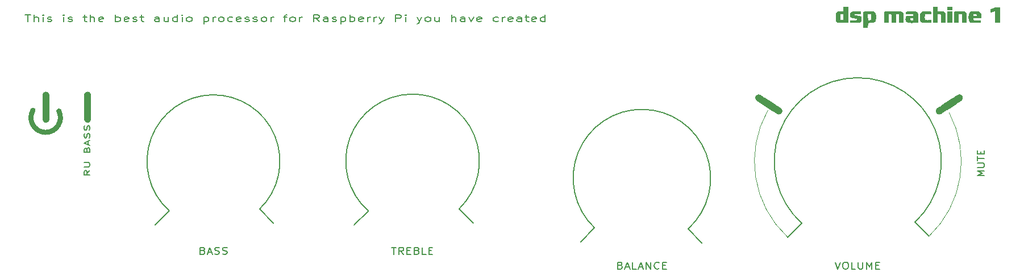
<source format=gbr>
G04 #@! TF.GenerationSoftware,KiCad,Pcbnew,(5.1.12)-1*
G04 #@! TF.CreationDate,2022-02-09T13:03:28+03:00*
G04 #@! TF.ProjectId,ADAU1701 panel,41444155-3137-4303-9120-70616e656c2e,rev?*
G04 #@! TF.SameCoordinates,Original*
G04 #@! TF.FileFunction,Legend,Top*
G04 #@! TF.FilePolarity,Positive*
%FSLAX46Y46*%
G04 Gerber Fmt 4.6, Leading zero omitted, Abs format (unit mm)*
G04 Created by KiCad (PCBNEW (5.1.12)-1) date 2022-02-09 13:03:28*
%MOMM*%
%LPD*%
G01*
G04 APERTURE LIST*
%ADD10C,0.800000*%
%ADD11C,0.200000*%
%ADD12C,0.150000*%
%ADD13C,0.120000*%
%ADD14C,0.170000*%
%ADD15C,0.010000*%
G04 APERTURE END LIST*
D10*
X76464244Y-109019318D02*
G75*
G02*
X72600001Y-108900001I-1964244J-980682D01*
G01*
D11*
X81061904Y-117871428D02*
X80680952Y-118271428D01*
X81061904Y-118557142D02*
X80261904Y-118557142D01*
X80261904Y-118100000D01*
X80300000Y-117985714D01*
X80338095Y-117928571D01*
X80414285Y-117871428D01*
X80528571Y-117871428D01*
X80604761Y-117928571D01*
X80642857Y-117985714D01*
X80680952Y-118100000D01*
X80680952Y-118557142D01*
X80261904Y-117357142D02*
X80909523Y-117357142D01*
X80985714Y-117300000D01*
X81023809Y-117242857D01*
X81061904Y-117128571D01*
X81061904Y-116900000D01*
X81023809Y-116785714D01*
X80985714Y-116728571D01*
X80909523Y-116671428D01*
X80261904Y-116671428D01*
X80642857Y-114785714D02*
X80680952Y-114614285D01*
X80719047Y-114557142D01*
X80795238Y-114500000D01*
X80909523Y-114500000D01*
X80985714Y-114557142D01*
X81023809Y-114614285D01*
X81061904Y-114728571D01*
X81061904Y-115185714D01*
X80261904Y-115185714D01*
X80261904Y-114785714D01*
X80300000Y-114671428D01*
X80338095Y-114614285D01*
X80414285Y-114557142D01*
X80490476Y-114557142D01*
X80566666Y-114614285D01*
X80604761Y-114671428D01*
X80642857Y-114785714D01*
X80642857Y-115185714D01*
X80833333Y-114042857D02*
X80833333Y-113471428D01*
X81061904Y-114157142D02*
X80261904Y-113757142D01*
X81061904Y-113357142D01*
X81023809Y-113014285D02*
X81061904Y-112842857D01*
X81061904Y-112557142D01*
X81023809Y-112442857D01*
X80985714Y-112385714D01*
X80909523Y-112328571D01*
X80833333Y-112328571D01*
X80757142Y-112385714D01*
X80719047Y-112442857D01*
X80680952Y-112557142D01*
X80642857Y-112785714D01*
X80604761Y-112900000D01*
X80566666Y-112957142D01*
X80490476Y-113014285D01*
X80414285Y-113014285D01*
X80338095Y-112957142D01*
X80300000Y-112900000D01*
X80261904Y-112785714D01*
X80261904Y-112500000D01*
X80300000Y-112328571D01*
X81023809Y-111871428D02*
X81061904Y-111700000D01*
X81061904Y-111414285D01*
X81023809Y-111300000D01*
X80985714Y-111242857D01*
X80909523Y-111185714D01*
X80833333Y-111185714D01*
X80757142Y-111242857D01*
X80719047Y-111300000D01*
X80680952Y-111414285D01*
X80642857Y-111642857D01*
X80604761Y-111757142D01*
X80566666Y-111814285D01*
X80490476Y-111871428D01*
X80414285Y-111871428D01*
X80338095Y-111814285D01*
X80300000Y-111757142D01*
X80261904Y-111642857D01*
X80261904Y-111357142D01*
X80300000Y-111185714D01*
D12*
X192128571Y-131552380D02*
X192528571Y-132552380D01*
X192928571Y-131552380D01*
X193557142Y-131552380D02*
X193785714Y-131552380D01*
X193900000Y-131600000D01*
X194014285Y-131695238D01*
X194071428Y-131885714D01*
X194071428Y-132219047D01*
X194014285Y-132409523D01*
X193900000Y-132504761D01*
X193785714Y-132552380D01*
X193557142Y-132552380D01*
X193442857Y-132504761D01*
X193328571Y-132409523D01*
X193271428Y-132219047D01*
X193271428Y-131885714D01*
X193328571Y-131695238D01*
X193442857Y-131600000D01*
X193557142Y-131552380D01*
X195157142Y-132552380D02*
X194585714Y-132552380D01*
X194585714Y-131552380D01*
X195557142Y-131552380D02*
X195557142Y-132361904D01*
X195614285Y-132457142D01*
X195671428Y-132504761D01*
X195785714Y-132552380D01*
X196014285Y-132552380D01*
X196128571Y-132504761D01*
X196185714Y-132457142D01*
X196242857Y-132361904D01*
X196242857Y-131552380D01*
X196814285Y-132552380D02*
X196814285Y-131552380D01*
X197214285Y-132266666D01*
X197614285Y-131552380D01*
X197614285Y-132552380D01*
X198185714Y-132028571D02*
X198585714Y-132028571D01*
X198757142Y-132552380D02*
X198185714Y-132552380D01*
X198185714Y-131552380D01*
X198757142Y-131552380D01*
X160133332Y-132028571D02*
X160304760Y-132076190D01*
X160361903Y-132123809D01*
X160419046Y-132219047D01*
X160419046Y-132361904D01*
X160361903Y-132457142D01*
X160304760Y-132504761D01*
X160190474Y-132552380D01*
X159733332Y-132552380D01*
X159733332Y-131552380D01*
X160133332Y-131552380D01*
X160247617Y-131600000D01*
X160304760Y-131647619D01*
X160361903Y-131742857D01*
X160361903Y-131838095D01*
X160304760Y-131933333D01*
X160247617Y-131980952D01*
X160133332Y-132028571D01*
X159733332Y-132028571D01*
X160876189Y-132266666D02*
X161447617Y-132266666D01*
X160761903Y-132552380D02*
X161161903Y-131552380D01*
X161561903Y-132552380D01*
X162533332Y-132552380D02*
X161961903Y-132552380D01*
X161961903Y-131552380D01*
X162876189Y-132266666D02*
X163447617Y-132266666D01*
X162761903Y-132552380D02*
X163161903Y-131552380D01*
X163561903Y-132552380D01*
X163961903Y-132552380D02*
X163961903Y-131552380D01*
X164647617Y-132552380D01*
X164647617Y-131552380D01*
X165904760Y-132457142D02*
X165847617Y-132504761D01*
X165676189Y-132552380D01*
X165561903Y-132552380D01*
X165390474Y-132504761D01*
X165276189Y-132409523D01*
X165219046Y-132314285D01*
X165161903Y-132123809D01*
X165161903Y-131980952D01*
X165219046Y-131790476D01*
X165276189Y-131695238D01*
X165390474Y-131600000D01*
X165561903Y-131552380D01*
X165676189Y-131552380D01*
X165847617Y-131600000D01*
X165904760Y-131647619D01*
X166419046Y-132028571D02*
X166819046Y-132028571D01*
X166990474Y-132552380D02*
X166419046Y-132552380D01*
X166419046Y-131552380D01*
X166990474Y-131552380D01*
X126052380Y-129352380D02*
X126738094Y-129352380D01*
X126395237Y-130352380D02*
X126395237Y-129352380D01*
X127823808Y-130352380D02*
X127423808Y-129876190D01*
X127138094Y-130352380D02*
X127138094Y-129352380D01*
X127595237Y-129352380D01*
X127709523Y-129400000D01*
X127766666Y-129447619D01*
X127823808Y-129542857D01*
X127823808Y-129685714D01*
X127766666Y-129780952D01*
X127709523Y-129828571D01*
X127595237Y-129876190D01*
X127138094Y-129876190D01*
X128338094Y-129828571D02*
X128738094Y-129828571D01*
X128909523Y-130352380D02*
X128338094Y-130352380D01*
X128338094Y-129352380D01*
X128909523Y-129352380D01*
X129823808Y-129828571D02*
X129995237Y-129876190D01*
X130052380Y-129923809D01*
X130109523Y-130019047D01*
X130109523Y-130161904D01*
X130052380Y-130257142D01*
X129995237Y-130304761D01*
X129880951Y-130352380D01*
X129423808Y-130352380D01*
X129423808Y-129352380D01*
X129823808Y-129352380D01*
X129938094Y-129400000D01*
X129995237Y-129447619D01*
X130052380Y-129542857D01*
X130052380Y-129638095D01*
X129995237Y-129733333D01*
X129938094Y-129780952D01*
X129823808Y-129828571D01*
X129423808Y-129828571D01*
X131195237Y-130352380D02*
X130623808Y-130352380D01*
X130623808Y-129352380D01*
X131595237Y-129828571D02*
X131995237Y-129828571D01*
X132166666Y-130352380D02*
X131595237Y-130352380D01*
X131595237Y-129352380D01*
X132166666Y-129352380D01*
X97928571Y-129828571D02*
X98100000Y-129876190D01*
X98157142Y-129923809D01*
X98214285Y-130019047D01*
X98214285Y-130161904D01*
X98157142Y-130257142D01*
X98100000Y-130304761D01*
X97985714Y-130352380D01*
X97528571Y-130352380D01*
X97528571Y-129352380D01*
X97928571Y-129352380D01*
X98042857Y-129400000D01*
X98100000Y-129447619D01*
X98157142Y-129542857D01*
X98157142Y-129638095D01*
X98100000Y-129733333D01*
X98042857Y-129780952D01*
X97928571Y-129828571D01*
X97528571Y-129828571D01*
X98671428Y-130066666D02*
X99242857Y-130066666D01*
X98557142Y-130352380D02*
X98957142Y-129352380D01*
X99357142Y-130352380D01*
X99700000Y-130304761D02*
X99871428Y-130352380D01*
X100157142Y-130352380D01*
X100271428Y-130304761D01*
X100328571Y-130257142D01*
X100385714Y-130161904D01*
X100385714Y-130066666D01*
X100328571Y-129971428D01*
X100271428Y-129923809D01*
X100157142Y-129876190D01*
X99928571Y-129828571D01*
X99814285Y-129780952D01*
X99757142Y-129733333D01*
X99700000Y-129638095D01*
X99700000Y-129542857D01*
X99757142Y-129447619D01*
X99814285Y-129400000D01*
X99928571Y-129352380D01*
X100214285Y-129352380D01*
X100385714Y-129400000D01*
X100842857Y-130304761D02*
X101014285Y-130352380D01*
X101300000Y-130352380D01*
X101414285Y-130304761D01*
X101471428Y-130257142D01*
X101528571Y-130161904D01*
X101528571Y-130066666D01*
X101471428Y-129971428D01*
X101414285Y-129923809D01*
X101300000Y-129876190D01*
X101071428Y-129828571D01*
X100957142Y-129780952D01*
X100900000Y-129733333D01*
X100842857Y-129638095D01*
X100842857Y-129542857D01*
X100900000Y-129447619D01*
X100957142Y-129400000D01*
X101071428Y-129352380D01*
X101357142Y-129352380D01*
X101528571Y-129400000D01*
D13*
X185067641Y-127835160D02*
G75*
G02*
X182100001Y-108900001I10432359J11335160D01*
G01*
X209100804Y-109232395D02*
G75*
G02*
X206099999Y-127699999I-13600804J-7267605D01*
G01*
D12*
X185075453Y-127860771D02*
X187175453Y-125760771D01*
X154195513Y-128541789D02*
X156295513Y-126441789D01*
X120482690Y-126022943D02*
X122582690Y-123922943D01*
X90800000Y-126000000D02*
X92900000Y-123900000D01*
X106349999Y-123649999D02*
X108449999Y-125749999D01*
X136100000Y-123600000D02*
X138200000Y-125700000D01*
X170200000Y-126600000D02*
X172300000Y-128700000D01*
X204000000Y-125600000D02*
X206100000Y-127700000D01*
X187175453Y-125760771D02*
G75*
G02*
X203999999Y-125599999I8324547J9260771D01*
G01*
X156295513Y-126441789D02*
G75*
G02*
X170200000Y-126600000I7037819J7441789D01*
G01*
X122582690Y-123922943D02*
G75*
G02*
X136100000Y-123600000I6583976J7472943D01*
G01*
X92909487Y-123889865D02*
G75*
G02*
X106349999Y-123649999I6590513J7389865D01*
G01*
D14*
X71412857Y-94662380D02*
X72270000Y-94662380D01*
X71841428Y-95662380D02*
X71841428Y-94662380D01*
X72770000Y-95662380D02*
X72770000Y-94662380D01*
X73412857Y-95662380D02*
X73412857Y-95138571D01*
X73341428Y-95043333D01*
X73198571Y-94995714D01*
X72984285Y-94995714D01*
X72841428Y-95043333D01*
X72770000Y-95090952D01*
X74127142Y-95662380D02*
X74127142Y-94995714D01*
X74127142Y-94662380D02*
X74055714Y-94710000D01*
X74127142Y-94757619D01*
X74198571Y-94710000D01*
X74127142Y-94662380D01*
X74127142Y-94757619D01*
X74770000Y-95614761D02*
X74912857Y-95662380D01*
X75198571Y-95662380D01*
X75341428Y-95614761D01*
X75412857Y-95519523D01*
X75412857Y-95471904D01*
X75341428Y-95376666D01*
X75198571Y-95329047D01*
X74984285Y-95329047D01*
X74841428Y-95281428D01*
X74770000Y-95186190D01*
X74770000Y-95138571D01*
X74841428Y-95043333D01*
X74984285Y-94995714D01*
X75198571Y-94995714D01*
X75341428Y-95043333D01*
X77198571Y-95662380D02*
X77198571Y-94995714D01*
X77198571Y-94662380D02*
X77127142Y-94710000D01*
X77198571Y-94757619D01*
X77270000Y-94710000D01*
X77198571Y-94662380D01*
X77198571Y-94757619D01*
X77841428Y-95614761D02*
X77984285Y-95662380D01*
X78270000Y-95662380D01*
X78412857Y-95614761D01*
X78484285Y-95519523D01*
X78484285Y-95471904D01*
X78412857Y-95376666D01*
X78270000Y-95329047D01*
X78055714Y-95329047D01*
X77912857Y-95281428D01*
X77841428Y-95186190D01*
X77841428Y-95138571D01*
X77912857Y-95043333D01*
X78055714Y-94995714D01*
X78270000Y-94995714D01*
X78412857Y-95043333D01*
X80055714Y-94995714D02*
X80627142Y-94995714D01*
X80270000Y-94662380D02*
X80270000Y-95519523D01*
X80341428Y-95614761D01*
X80484285Y-95662380D01*
X80627142Y-95662380D01*
X81127142Y-95662380D02*
X81127142Y-94662380D01*
X81770000Y-95662380D02*
X81770000Y-95138571D01*
X81698571Y-95043333D01*
X81555714Y-94995714D01*
X81341428Y-94995714D01*
X81198571Y-95043333D01*
X81127142Y-95090952D01*
X83055714Y-95614761D02*
X82912857Y-95662380D01*
X82627142Y-95662380D01*
X82484285Y-95614761D01*
X82412857Y-95519523D01*
X82412857Y-95138571D01*
X82484285Y-95043333D01*
X82627142Y-94995714D01*
X82912857Y-94995714D01*
X83055714Y-95043333D01*
X83127142Y-95138571D01*
X83127142Y-95233809D01*
X82412857Y-95329047D01*
X84912857Y-95662380D02*
X84912857Y-94662380D01*
X84912857Y-95043333D02*
X85055714Y-94995714D01*
X85341428Y-94995714D01*
X85484285Y-95043333D01*
X85555714Y-95090952D01*
X85627142Y-95186190D01*
X85627142Y-95471904D01*
X85555714Y-95567142D01*
X85484285Y-95614761D01*
X85341428Y-95662380D01*
X85055714Y-95662380D01*
X84912857Y-95614761D01*
X86841428Y-95614761D02*
X86698571Y-95662380D01*
X86412857Y-95662380D01*
X86270000Y-95614761D01*
X86198571Y-95519523D01*
X86198571Y-95138571D01*
X86270000Y-95043333D01*
X86412857Y-94995714D01*
X86698571Y-94995714D01*
X86841428Y-95043333D01*
X86912857Y-95138571D01*
X86912857Y-95233809D01*
X86198571Y-95329047D01*
X87484285Y-95614761D02*
X87627142Y-95662380D01*
X87912857Y-95662380D01*
X88055714Y-95614761D01*
X88127142Y-95519523D01*
X88127142Y-95471904D01*
X88055714Y-95376666D01*
X87912857Y-95329047D01*
X87698571Y-95329047D01*
X87555714Y-95281428D01*
X87484285Y-95186190D01*
X87484285Y-95138571D01*
X87555714Y-95043333D01*
X87698571Y-94995714D01*
X87912857Y-94995714D01*
X88055714Y-95043333D01*
X88555714Y-94995714D02*
X89127142Y-94995714D01*
X88770000Y-94662380D02*
X88770000Y-95519523D01*
X88841428Y-95614761D01*
X88984285Y-95662380D01*
X89127142Y-95662380D01*
X91412857Y-95662380D02*
X91412857Y-95138571D01*
X91341428Y-95043333D01*
X91198571Y-94995714D01*
X90912857Y-94995714D01*
X90770000Y-95043333D01*
X91412857Y-95614761D02*
X91270000Y-95662380D01*
X90912857Y-95662380D01*
X90770000Y-95614761D01*
X90698571Y-95519523D01*
X90698571Y-95424285D01*
X90770000Y-95329047D01*
X90912857Y-95281428D01*
X91270000Y-95281428D01*
X91412857Y-95233809D01*
X92770000Y-94995714D02*
X92770000Y-95662380D01*
X92127142Y-94995714D02*
X92127142Y-95519523D01*
X92198571Y-95614761D01*
X92341428Y-95662380D01*
X92555714Y-95662380D01*
X92698571Y-95614761D01*
X92770000Y-95567142D01*
X94127142Y-95662380D02*
X94127142Y-94662380D01*
X94127142Y-95614761D02*
X93984285Y-95662380D01*
X93698571Y-95662380D01*
X93555714Y-95614761D01*
X93484285Y-95567142D01*
X93412857Y-95471904D01*
X93412857Y-95186190D01*
X93484285Y-95090952D01*
X93555714Y-95043333D01*
X93698571Y-94995714D01*
X93984285Y-94995714D01*
X94127142Y-95043333D01*
X94841428Y-95662380D02*
X94841428Y-94995714D01*
X94841428Y-94662380D02*
X94770000Y-94710000D01*
X94841428Y-94757619D01*
X94912857Y-94710000D01*
X94841428Y-94662380D01*
X94841428Y-94757619D01*
X95770000Y-95662380D02*
X95627142Y-95614761D01*
X95555714Y-95567142D01*
X95484285Y-95471904D01*
X95484285Y-95186190D01*
X95555714Y-95090952D01*
X95627142Y-95043333D01*
X95770000Y-94995714D01*
X95984285Y-94995714D01*
X96127142Y-95043333D01*
X96198571Y-95090952D01*
X96270000Y-95186190D01*
X96270000Y-95471904D01*
X96198571Y-95567142D01*
X96127142Y-95614761D01*
X95984285Y-95662380D01*
X95770000Y-95662380D01*
X98055714Y-94995714D02*
X98055714Y-95995714D01*
X98055714Y-95043333D02*
X98198571Y-94995714D01*
X98484285Y-94995714D01*
X98627142Y-95043333D01*
X98698571Y-95090952D01*
X98770000Y-95186190D01*
X98770000Y-95471904D01*
X98698571Y-95567142D01*
X98627142Y-95614761D01*
X98484285Y-95662380D01*
X98198571Y-95662380D01*
X98055714Y-95614761D01*
X99412857Y-95662380D02*
X99412857Y-94995714D01*
X99412857Y-95186190D02*
X99484285Y-95090952D01*
X99555714Y-95043333D01*
X99698571Y-94995714D01*
X99841428Y-94995714D01*
X100555714Y-95662380D02*
X100412857Y-95614761D01*
X100341428Y-95567142D01*
X100270000Y-95471904D01*
X100270000Y-95186190D01*
X100341428Y-95090952D01*
X100412857Y-95043333D01*
X100555714Y-94995714D01*
X100770000Y-94995714D01*
X100912857Y-95043333D01*
X100984285Y-95090952D01*
X101055714Y-95186190D01*
X101055714Y-95471904D01*
X100984285Y-95567142D01*
X100912857Y-95614761D01*
X100770000Y-95662380D01*
X100555714Y-95662380D01*
X102341428Y-95614761D02*
X102198571Y-95662380D01*
X101912857Y-95662380D01*
X101770000Y-95614761D01*
X101698571Y-95567142D01*
X101627142Y-95471904D01*
X101627142Y-95186190D01*
X101698571Y-95090952D01*
X101770000Y-95043333D01*
X101912857Y-94995714D01*
X102198571Y-94995714D01*
X102341428Y-95043333D01*
X103555714Y-95614761D02*
X103412857Y-95662380D01*
X103127142Y-95662380D01*
X102984285Y-95614761D01*
X102912857Y-95519523D01*
X102912857Y-95138571D01*
X102984285Y-95043333D01*
X103127142Y-94995714D01*
X103412857Y-94995714D01*
X103555714Y-95043333D01*
X103627142Y-95138571D01*
X103627142Y-95233809D01*
X102912857Y-95329047D01*
X104198571Y-95614761D02*
X104341428Y-95662380D01*
X104627142Y-95662380D01*
X104770000Y-95614761D01*
X104841428Y-95519523D01*
X104841428Y-95471904D01*
X104770000Y-95376666D01*
X104627142Y-95329047D01*
X104412857Y-95329047D01*
X104270000Y-95281428D01*
X104198571Y-95186190D01*
X104198571Y-95138571D01*
X104270000Y-95043333D01*
X104412857Y-94995714D01*
X104627142Y-94995714D01*
X104770000Y-95043333D01*
X105412857Y-95614761D02*
X105555714Y-95662380D01*
X105841428Y-95662380D01*
X105984285Y-95614761D01*
X106055714Y-95519523D01*
X106055714Y-95471904D01*
X105984285Y-95376666D01*
X105841428Y-95329047D01*
X105627142Y-95329047D01*
X105484285Y-95281428D01*
X105412857Y-95186190D01*
X105412857Y-95138571D01*
X105484285Y-95043333D01*
X105627142Y-94995714D01*
X105841428Y-94995714D01*
X105984285Y-95043333D01*
X106912857Y-95662380D02*
X106770000Y-95614761D01*
X106698571Y-95567142D01*
X106627142Y-95471904D01*
X106627142Y-95186190D01*
X106698571Y-95090952D01*
X106770000Y-95043333D01*
X106912857Y-94995714D01*
X107127142Y-94995714D01*
X107270000Y-95043333D01*
X107341428Y-95090952D01*
X107412857Y-95186190D01*
X107412857Y-95471904D01*
X107341428Y-95567142D01*
X107270000Y-95614761D01*
X107127142Y-95662380D01*
X106912857Y-95662380D01*
X108055714Y-95662380D02*
X108055714Y-94995714D01*
X108055714Y-95186190D02*
X108127142Y-95090952D01*
X108198571Y-95043333D01*
X108341428Y-94995714D01*
X108484285Y-94995714D01*
X109912857Y-94995714D02*
X110484285Y-94995714D01*
X110127142Y-95662380D02*
X110127142Y-94805238D01*
X110198571Y-94710000D01*
X110341428Y-94662380D01*
X110484285Y-94662380D01*
X111198571Y-95662380D02*
X111055714Y-95614761D01*
X110984285Y-95567142D01*
X110912857Y-95471904D01*
X110912857Y-95186190D01*
X110984285Y-95090952D01*
X111055714Y-95043333D01*
X111198571Y-94995714D01*
X111412857Y-94995714D01*
X111555714Y-95043333D01*
X111627142Y-95090952D01*
X111698571Y-95186190D01*
X111698571Y-95471904D01*
X111627142Y-95567142D01*
X111555714Y-95614761D01*
X111412857Y-95662380D01*
X111198571Y-95662380D01*
X112341428Y-95662380D02*
X112341428Y-94995714D01*
X112341428Y-95186190D02*
X112412857Y-95090952D01*
X112484285Y-95043333D01*
X112627142Y-94995714D01*
X112770000Y-94995714D01*
X115270000Y-95662380D02*
X114770000Y-95186190D01*
X114412857Y-95662380D02*
X114412857Y-94662380D01*
X114984285Y-94662380D01*
X115127142Y-94710000D01*
X115198571Y-94757619D01*
X115270000Y-94852857D01*
X115270000Y-94995714D01*
X115198571Y-95090952D01*
X115127142Y-95138571D01*
X114984285Y-95186190D01*
X114412857Y-95186190D01*
X116555714Y-95662380D02*
X116555714Y-95138571D01*
X116484285Y-95043333D01*
X116341428Y-94995714D01*
X116055714Y-94995714D01*
X115912857Y-95043333D01*
X116555714Y-95614761D02*
X116412857Y-95662380D01*
X116055714Y-95662380D01*
X115912857Y-95614761D01*
X115841428Y-95519523D01*
X115841428Y-95424285D01*
X115912857Y-95329047D01*
X116055714Y-95281428D01*
X116412857Y-95281428D01*
X116555714Y-95233809D01*
X117198571Y-95614761D02*
X117341428Y-95662380D01*
X117627142Y-95662380D01*
X117770000Y-95614761D01*
X117841428Y-95519523D01*
X117841428Y-95471904D01*
X117770000Y-95376666D01*
X117627142Y-95329047D01*
X117412857Y-95329047D01*
X117270000Y-95281428D01*
X117198571Y-95186190D01*
X117198571Y-95138571D01*
X117270000Y-95043333D01*
X117412857Y-94995714D01*
X117627142Y-94995714D01*
X117770000Y-95043333D01*
X118484285Y-94995714D02*
X118484285Y-95995714D01*
X118484285Y-95043333D02*
X118627142Y-94995714D01*
X118912857Y-94995714D01*
X119055714Y-95043333D01*
X119127142Y-95090952D01*
X119198571Y-95186190D01*
X119198571Y-95471904D01*
X119127142Y-95567142D01*
X119055714Y-95614761D01*
X118912857Y-95662380D01*
X118627142Y-95662380D01*
X118484285Y-95614761D01*
X119841428Y-95662380D02*
X119841428Y-94662380D01*
X119841428Y-95043333D02*
X119984285Y-94995714D01*
X120270000Y-94995714D01*
X120412857Y-95043333D01*
X120484285Y-95090952D01*
X120555714Y-95186190D01*
X120555714Y-95471904D01*
X120484285Y-95567142D01*
X120412857Y-95614761D01*
X120270000Y-95662380D01*
X119984285Y-95662380D01*
X119841428Y-95614761D01*
X121770000Y-95614761D02*
X121627142Y-95662380D01*
X121341428Y-95662380D01*
X121198571Y-95614761D01*
X121127142Y-95519523D01*
X121127142Y-95138571D01*
X121198571Y-95043333D01*
X121341428Y-94995714D01*
X121627142Y-94995714D01*
X121770000Y-95043333D01*
X121841428Y-95138571D01*
X121841428Y-95233809D01*
X121127142Y-95329047D01*
X122484285Y-95662380D02*
X122484285Y-94995714D01*
X122484285Y-95186190D02*
X122555714Y-95090952D01*
X122627142Y-95043333D01*
X122770000Y-94995714D01*
X122912857Y-94995714D01*
X123412857Y-95662380D02*
X123412857Y-94995714D01*
X123412857Y-95186190D02*
X123484285Y-95090952D01*
X123555714Y-95043333D01*
X123698571Y-94995714D01*
X123841428Y-94995714D01*
X124198571Y-94995714D02*
X124555714Y-95662380D01*
X124912857Y-94995714D02*
X124555714Y-95662380D01*
X124412857Y-95900476D01*
X124341428Y-95948095D01*
X124198571Y-95995714D01*
X126627142Y-95662380D02*
X126627142Y-94662380D01*
X127198571Y-94662380D01*
X127341428Y-94710000D01*
X127412857Y-94757619D01*
X127484285Y-94852857D01*
X127484285Y-94995714D01*
X127412857Y-95090952D01*
X127341428Y-95138571D01*
X127198571Y-95186190D01*
X126627142Y-95186190D01*
X128127142Y-95662380D02*
X128127142Y-94995714D01*
X128127142Y-94662380D02*
X128055714Y-94710000D01*
X128127142Y-94757619D01*
X128198571Y-94710000D01*
X128127142Y-94662380D01*
X128127142Y-94757619D01*
X129841428Y-94995714D02*
X130198571Y-95662380D01*
X130555714Y-94995714D02*
X130198571Y-95662380D01*
X130055714Y-95900476D01*
X129984285Y-95948095D01*
X129841428Y-95995714D01*
X131341428Y-95662380D02*
X131198571Y-95614761D01*
X131127142Y-95567142D01*
X131055714Y-95471904D01*
X131055714Y-95186190D01*
X131127142Y-95090952D01*
X131198571Y-95043333D01*
X131341428Y-94995714D01*
X131555714Y-94995714D01*
X131698571Y-95043333D01*
X131770000Y-95090952D01*
X131841428Y-95186190D01*
X131841428Y-95471904D01*
X131770000Y-95567142D01*
X131698571Y-95614761D01*
X131555714Y-95662380D01*
X131341428Y-95662380D01*
X133127142Y-94995714D02*
X133127142Y-95662380D01*
X132484285Y-94995714D02*
X132484285Y-95519523D01*
X132555714Y-95614761D01*
X132698571Y-95662380D01*
X132912857Y-95662380D01*
X133055714Y-95614761D01*
X133127142Y-95567142D01*
X134984285Y-95662380D02*
X134984285Y-94662380D01*
X135627142Y-95662380D02*
X135627142Y-95138571D01*
X135555714Y-95043333D01*
X135412857Y-94995714D01*
X135198571Y-94995714D01*
X135055714Y-95043333D01*
X134984285Y-95090952D01*
X136984285Y-95662380D02*
X136984285Y-95138571D01*
X136912857Y-95043333D01*
X136770000Y-94995714D01*
X136484285Y-94995714D01*
X136341428Y-95043333D01*
X136984285Y-95614761D02*
X136841428Y-95662380D01*
X136484285Y-95662380D01*
X136341428Y-95614761D01*
X136270000Y-95519523D01*
X136270000Y-95424285D01*
X136341428Y-95329047D01*
X136484285Y-95281428D01*
X136841428Y-95281428D01*
X136984285Y-95233809D01*
X137555714Y-94995714D02*
X137912857Y-95662380D01*
X138270000Y-94995714D01*
X139412857Y-95614761D02*
X139270000Y-95662380D01*
X138984285Y-95662380D01*
X138841428Y-95614761D01*
X138770000Y-95519523D01*
X138770000Y-95138571D01*
X138841428Y-95043333D01*
X138984285Y-94995714D01*
X139270000Y-94995714D01*
X139412857Y-95043333D01*
X139484285Y-95138571D01*
X139484285Y-95233809D01*
X138770000Y-95329047D01*
X141912857Y-95614761D02*
X141770000Y-95662380D01*
X141484285Y-95662380D01*
X141341428Y-95614761D01*
X141270000Y-95567142D01*
X141198571Y-95471904D01*
X141198571Y-95186190D01*
X141270000Y-95090952D01*
X141341428Y-95043333D01*
X141484285Y-94995714D01*
X141770000Y-94995714D01*
X141912857Y-95043333D01*
X142555714Y-95662380D02*
X142555714Y-94995714D01*
X142555714Y-95186190D02*
X142627142Y-95090952D01*
X142698571Y-95043333D01*
X142841428Y-94995714D01*
X142984285Y-94995714D01*
X144055714Y-95614761D02*
X143912857Y-95662380D01*
X143627142Y-95662380D01*
X143484285Y-95614761D01*
X143412857Y-95519523D01*
X143412857Y-95138571D01*
X143484285Y-95043333D01*
X143627142Y-94995714D01*
X143912857Y-94995714D01*
X144055714Y-95043333D01*
X144127142Y-95138571D01*
X144127142Y-95233809D01*
X143412857Y-95329047D01*
X145412857Y-95662380D02*
X145412857Y-95138571D01*
X145341428Y-95043333D01*
X145198571Y-94995714D01*
X144912857Y-94995714D01*
X144770000Y-95043333D01*
X145412857Y-95614761D02*
X145270000Y-95662380D01*
X144912857Y-95662380D01*
X144770000Y-95614761D01*
X144698571Y-95519523D01*
X144698571Y-95424285D01*
X144770000Y-95329047D01*
X144912857Y-95281428D01*
X145270000Y-95281428D01*
X145412857Y-95233809D01*
X145912857Y-94995714D02*
X146484285Y-94995714D01*
X146127142Y-94662380D02*
X146127142Y-95519523D01*
X146198571Y-95614761D01*
X146341428Y-95662380D01*
X146484285Y-95662380D01*
X147555714Y-95614761D02*
X147412857Y-95662380D01*
X147127142Y-95662380D01*
X146984285Y-95614761D01*
X146912857Y-95519523D01*
X146912857Y-95138571D01*
X146984285Y-95043333D01*
X147127142Y-94995714D01*
X147412857Y-94995714D01*
X147555714Y-95043333D01*
X147627142Y-95138571D01*
X147627142Y-95233809D01*
X146912857Y-95329047D01*
X148912857Y-95662380D02*
X148912857Y-94662380D01*
X148912857Y-95614761D02*
X148770000Y-95662380D01*
X148484285Y-95662380D01*
X148341428Y-95614761D01*
X148270000Y-95567142D01*
X148198571Y-95471904D01*
X148198571Y-95186190D01*
X148270000Y-95090952D01*
X148341428Y-95043333D01*
X148484285Y-94995714D01*
X148770000Y-94995714D01*
X148912857Y-95043333D01*
D12*
X214352380Y-118659523D02*
X213352380Y-118659523D01*
X214066666Y-118292857D01*
X213352380Y-117926190D01*
X214352380Y-117926190D01*
X213352380Y-117402380D02*
X214161904Y-117402380D01*
X214257142Y-117350000D01*
X214304761Y-117297619D01*
X214352380Y-117192857D01*
X214352380Y-116983333D01*
X214304761Y-116878571D01*
X214257142Y-116826190D01*
X214161904Y-116773809D01*
X213352380Y-116773809D01*
X213352380Y-116407142D02*
X213352380Y-115778571D01*
X214352380Y-116092857D02*
X213352380Y-116092857D01*
X213828571Y-115411904D02*
X213828571Y-115045238D01*
X214352380Y-114888095D02*
X214352380Y-115411904D01*
X213352380Y-115411904D01*
X213352380Y-114888095D01*
D15*
G36*
X74024641Y-108174991D02*
G01*
X74024814Y-108020284D01*
X74025079Y-107867901D01*
X74025435Y-107718804D01*
X74025880Y-107573957D01*
X74026418Y-107434323D01*
X74027046Y-107300864D01*
X74027766Y-107174543D01*
X74028576Y-107056322D01*
X74029477Y-106947166D01*
X74030469Y-106848036D01*
X74031551Y-106759896D01*
X74032725Y-106683708D01*
X74033990Y-106620435D01*
X74035345Y-106571040D01*
X74036791Y-106536487D01*
X74038329Y-106517736D01*
X74038604Y-106516167D01*
X74064716Y-106431569D01*
X74105139Y-106354420D01*
X74158304Y-106286291D01*
X74222645Y-106228748D01*
X74296592Y-106183359D01*
X74378579Y-106151693D01*
X74411100Y-106143671D01*
X74463727Y-106134547D01*
X74508989Y-106131975D01*
X74555137Y-106135954D01*
X74597367Y-106143671D01*
X74681965Y-106169783D01*
X74759113Y-106210206D01*
X74827243Y-106263372D01*
X74884786Y-106327712D01*
X74930174Y-106401660D01*
X74961841Y-106483646D01*
X74969863Y-106516167D01*
X74971368Y-106531854D01*
X74972784Y-106563503D01*
X74974109Y-106610153D01*
X74975345Y-106670846D01*
X74976491Y-106744620D01*
X74977548Y-106830514D01*
X74978515Y-106927570D01*
X74979393Y-107034825D01*
X74980182Y-107151320D01*
X74980881Y-107276095D01*
X74981492Y-107408189D01*
X74982014Y-107546641D01*
X74982447Y-107690492D01*
X74982792Y-107838781D01*
X74983048Y-107990548D01*
X74983216Y-108144832D01*
X74983295Y-108300673D01*
X74983287Y-108457110D01*
X74983190Y-108613184D01*
X74983006Y-108767934D01*
X74982734Y-108920399D01*
X74982375Y-109069619D01*
X74981927Y-109214634D01*
X74981393Y-109354483D01*
X74980771Y-109488207D01*
X74980062Y-109614844D01*
X74979267Y-109733435D01*
X74978384Y-109843018D01*
X74977414Y-109942634D01*
X74976358Y-110031323D01*
X74975215Y-110108123D01*
X74973986Y-110172075D01*
X74972671Y-110222218D01*
X74971269Y-110257592D01*
X74969782Y-110277236D01*
X74969391Y-110279600D01*
X74943954Y-110359972D01*
X74904381Y-110435225D01*
X74852731Y-110502686D01*
X74791061Y-110559678D01*
X74721430Y-110603525D01*
X74719508Y-110604477D01*
X74663496Y-110627851D01*
X74603046Y-110646036D01*
X74544669Y-110657345D01*
X74504233Y-110660306D01*
X74452112Y-110655637D01*
X74392765Y-110642754D01*
X74332703Y-110623347D01*
X74288958Y-110604477D01*
X74218452Y-110560613D01*
X74156362Y-110503574D01*
X74104540Y-110435796D01*
X74064840Y-110359713D01*
X74039113Y-110277760D01*
X74038604Y-110275367D01*
X74037051Y-110259448D01*
X74035589Y-110227559D01*
X74034218Y-110180662D01*
X74032937Y-110119720D01*
X74031748Y-110045697D01*
X74030649Y-109959556D01*
X74029642Y-109862258D01*
X74028725Y-109754767D01*
X74027899Y-109638045D01*
X74027164Y-109513056D01*
X74026520Y-109380763D01*
X74025967Y-109242128D01*
X74025506Y-109098113D01*
X74025134Y-108949683D01*
X74024854Y-108797800D01*
X74024664Y-108643426D01*
X74024565Y-108487525D01*
X74024557Y-108331058D01*
X74024641Y-108174991D01*
G37*
X74024641Y-108174991D02*
X74024814Y-108020284D01*
X74025079Y-107867901D01*
X74025435Y-107718804D01*
X74025880Y-107573957D01*
X74026418Y-107434323D01*
X74027046Y-107300864D01*
X74027766Y-107174543D01*
X74028576Y-107056322D01*
X74029477Y-106947166D01*
X74030469Y-106848036D01*
X74031551Y-106759896D01*
X74032725Y-106683708D01*
X74033990Y-106620435D01*
X74035345Y-106571040D01*
X74036791Y-106536487D01*
X74038329Y-106517736D01*
X74038604Y-106516167D01*
X74064716Y-106431569D01*
X74105139Y-106354420D01*
X74158304Y-106286291D01*
X74222645Y-106228748D01*
X74296592Y-106183359D01*
X74378579Y-106151693D01*
X74411100Y-106143671D01*
X74463727Y-106134547D01*
X74508989Y-106131975D01*
X74555137Y-106135954D01*
X74597367Y-106143671D01*
X74681965Y-106169783D01*
X74759113Y-106210206D01*
X74827243Y-106263372D01*
X74884786Y-106327712D01*
X74930174Y-106401660D01*
X74961841Y-106483646D01*
X74969863Y-106516167D01*
X74971368Y-106531854D01*
X74972784Y-106563503D01*
X74974109Y-106610153D01*
X74975345Y-106670846D01*
X74976491Y-106744620D01*
X74977548Y-106830514D01*
X74978515Y-106927570D01*
X74979393Y-107034825D01*
X74980182Y-107151320D01*
X74980881Y-107276095D01*
X74981492Y-107408189D01*
X74982014Y-107546641D01*
X74982447Y-107690492D01*
X74982792Y-107838781D01*
X74983048Y-107990548D01*
X74983216Y-108144832D01*
X74983295Y-108300673D01*
X74983287Y-108457110D01*
X74983190Y-108613184D01*
X74983006Y-108767934D01*
X74982734Y-108920399D01*
X74982375Y-109069619D01*
X74981927Y-109214634D01*
X74981393Y-109354483D01*
X74980771Y-109488207D01*
X74980062Y-109614844D01*
X74979267Y-109733435D01*
X74978384Y-109843018D01*
X74977414Y-109942634D01*
X74976358Y-110031323D01*
X74975215Y-110108123D01*
X74973986Y-110172075D01*
X74972671Y-110222218D01*
X74971269Y-110257592D01*
X74969782Y-110277236D01*
X74969391Y-110279600D01*
X74943954Y-110359972D01*
X74904381Y-110435225D01*
X74852731Y-110502686D01*
X74791061Y-110559678D01*
X74721430Y-110603525D01*
X74719508Y-110604477D01*
X74663496Y-110627851D01*
X74603046Y-110646036D01*
X74544669Y-110657345D01*
X74504233Y-110660306D01*
X74452112Y-110655637D01*
X74392765Y-110642754D01*
X74332703Y-110623347D01*
X74288958Y-110604477D01*
X74218452Y-110560613D01*
X74156362Y-110503574D01*
X74104540Y-110435796D01*
X74064840Y-110359713D01*
X74039113Y-110277760D01*
X74038604Y-110275367D01*
X74037051Y-110259448D01*
X74035589Y-110227559D01*
X74034218Y-110180662D01*
X74032937Y-110119720D01*
X74031748Y-110045697D01*
X74030649Y-109959556D01*
X74029642Y-109862258D01*
X74028725Y-109754767D01*
X74027899Y-109638045D01*
X74027164Y-109513056D01*
X74026520Y-109380763D01*
X74025967Y-109242128D01*
X74025506Y-109098113D01*
X74025134Y-108949683D01*
X74024854Y-108797800D01*
X74024664Y-108643426D01*
X74024565Y-108487525D01*
X74024557Y-108331058D01*
X74024641Y-108174991D01*
G36*
X80224641Y-108174991D02*
G01*
X80224814Y-108020284D01*
X80225079Y-107867901D01*
X80225435Y-107718804D01*
X80225880Y-107573957D01*
X80226418Y-107434323D01*
X80227046Y-107300864D01*
X80227766Y-107174543D01*
X80228576Y-107056322D01*
X80229477Y-106947166D01*
X80230469Y-106848036D01*
X80231551Y-106759896D01*
X80232725Y-106683708D01*
X80233990Y-106620435D01*
X80235345Y-106571040D01*
X80236791Y-106536487D01*
X80238329Y-106517736D01*
X80238604Y-106516167D01*
X80264716Y-106431569D01*
X80305139Y-106354420D01*
X80358304Y-106286291D01*
X80422645Y-106228748D01*
X80496592Y-106183359D01*
X80578579Y-106151693D01*
X80611100Y-106143671D01*
X80663727Y-106134547D01*
X80708989Y-106131975D01*
X80755137Y-106135954D01*
X80797367Y-106143671D01*
X80881965Y-106169783D01*
X80959113Y-106210206D01*
X81027243Y-106263372D01*
X81084786Y-106327712D01*
X81130174Y-106401660D01*
X81161841Y-106483646D01*
X81169863Y-106516167D01*
X81171368Y-106531854D01*
X81172784Y-106563503D01*
X81174109Y-106610153D01*
X81175345Y-106670846D01*
X81176491Y-106744620D01*
X81177548Y-106830514D01*
X81178515Y-106927570D01*
X81179393Y-107034825D01*
X81180182Y-107151320D01*
X81180881Y-107276095D01*
X81181492Y-107408189D01*
X81182014Y-107546641D01*
X81182447Y-107690492D01*
X81182792Y-107838781D01*
X81183048Y-107990548D01*
X81183216Y-108144832D01*
X81183295Y-108300673D01*
X81183287Y-108457110D01*
X81183190Y-108613184D01*
X81183006Y-108767934D01*
X81182734Y-108920399D01*
X81182375Y-109069619D01*
X81181927Y-109214634D01*
X81181393Y-109354483D01*
X81180771Y-109488207D01*
X81180062Y-109614844D01*
X81179267Y-109733435D01*
X81178384Y-109843018D01*
X81177414Y-109942634D01*
X81176358Y-110031323D01*
X81175215Y-110108123D01*
X81173986Y-110172075D01*
X81172671Y-110222218D01*
X81171269Y-110257592D01*
X81169782Y-110277236D01*
X81169391Y-110279600D01*
X81143954Y-110359972D01*
X81104381Y-110435225D01*
X81052731Y-110502686D01*
X80991061Y-110559678D01*
X80921430Y-110603525D01*
X80919508Y-110604477D01*
X80863496Y-110627851D01*
X80803046Y-110646036D01*
X80744669Y-110657345D01*
X80704233Y-110660306D01*
X80652112Y-110655637D01*
X80592765Y-110642754D01*
X80532703Y-110623347D01*
X80488958Y-110604477D01*
X80418452Y-110560613D01*
X80356362Y-110503574D01*
X80304540Y-110435796D01*
X80264840Y-110359713D01*
X80239113Y-110277760D01*
X80238604Y-110275367D01*
X80237051Y-110259448D01*
X80235589Y-110227559D01*
X80234218Y-110180662D01*
X80232937Y-110119720D01*
X80231748Y-110045697D01*
X80230649Y-109959556D01*
X80229642Y-109862258D01*
X80228725Y-109754767D01*
X80227899Y-109638045D01*
X80227164Y-109513056D01*
X80226520Y-109380763D01*
X80225967Y-109242128D01*
X80225506Y-109098113D01*
X80225134Y-108949683D01*
X80224854Y-108797800D01*
X80224664Y-108643426D01*
X80224565Y-108487525D01*
X80224557Y-108331058D01*
X80224641Y-108174991D01*
G37*
X80224641Y-108174991D02*
X80224814Y-108020284D01*
X80225079Y-107867901D01*
X80225435Y-107718804D01*
X80225880Y-107573957D01*
X80226418Y-107434323D01*
X80227046Y-107300864D01*
X80227766Y-107174543D01*
X80228576Y-107056322D01*
X80229477Y-106947166D01*
X80230469Y-106848036D01*
X80231551Y-106759896D01*
X80232725Y-106683708D01*
X80233990Y-106620435D01*
X80235345Y-106571040D01*
X80236791Y-106536487D01*
X80238329Y-106517736D01*
X80238604Y-106516167D01*
X80264716Y-106431569D01*
X80305139Y-106354420D01*
X80358304Y-106286291D01*
X80422645Y-106228748D01*
X80496592Y-106183359D01*
X80578579Y-106151693D01*
X80611100Y-106143671D01*
X80663727Y-106134547D01*
X80708989Y-106131975D01*
X80755137Y-106135954D01*
X80797367Y-106143671D01*
X80881965Y-106169783D01*
X80959113Y-106210206D01*
X81027243Y-106263372D01*
X81084786Y-106327712D01*
X81130174Y-106401660D01*
X81161841Y-106483646D01*
X81169863Y-106516167D01*
X81171368Y-106531854D01*
X81172784Y-106563503D01*
X81174109Y-106610153D01*
X81175345Y-106670846D01*
X81176491Y-106744620D01*
X81177548Y-106830514D01*
X81178515Y-106927570D01*
X81179393Y-107034825D01*
X81180182Y-107151320D01*
X81180881Y-107276095D01*
X81181492Y-107408189D01*
X81182014Y-107546641D01*
X81182447Y-107690492D01*
X81182792Y-107838781D01*
X81183048Y-107990548D01*
X81183216Y-108144832D01*
X81183295Y-108300673D01*
X81183287Y-108457110D01*
X81183190Y-108613184D01*
X81183006Y-108767934D01*
X81182734Y-108920399D01*
X81182375Y-109069619D01*
X81181927Y-109214634D01*
X81181393Y-109354483D01*
X81180771Y-109488207D01*
X81180062Y-109614844D01*
X81179267Y-109733435D01*
X81178384Y-109843018D01*
X81177414Y-109942634D01*
X81176358Y-110031323D01*
X81175215Y-110108123D01*
X81173986Y-110172075D01*
X81172671Y-110222218D01*
X81171269Y-110257592D01*
X81169782Y-110277236D01*
X81169391Y-110279600D01*
X81143954Y-110359972D01*
X81104381Y-110435225D01*
X81052731Y-110502686D01*
X80991061Y-110559678D01*
X80921430Y-110603525D01*
X80919508Y-110604477D01*
X80863496Y-110627851D01*
X80803046Y-110646036D01*
X80744669Y-110657345D01*
X80704233Y-110660306D01*
X80652112Y-110655637D01*
X80592765Y-110642754D01*
X80532703Y-110623347D01*
X80488958Y-110604477D01*
X80418452Y-110560613D01*
X80356362Y-110503574D01*
X80304540Y-110435796D01*
X80264840Y-110359713D01*
X80239113Y-110277760D01*
X80238604Y-110275367D01*
X80237051Y-110259448D01*
X80235589Y-110227559D01*
X80234218Y-110180662D01*
X80232937Y-110119720D01*
X80231748Y-110045697D01*
X80230649Y-109959556D01*
X80229642Y-109862258D01*
X80228725Y-109754767D01*
X80227899Y-109638045D01*
X80227164Y-109513056D01*
X80226520Y-109380763D01*
X80225967Y-109242128D01*
X80225506Y-109098113D01*
X80225134Y-108949683D01*
X80224854Y-108797800D01*
X80224664Y-108643426D01*
X80224565Y-108487525D01*
X80224557Y-108331058D01*
X80224641Y-108174991D01*
G36*
X197368401Y-94147471D02*
G01*
X197489006Y-94149356D01*
X197582009Y-94153310D01*
X197654766Y-94159841D01*
X197714637Y-94169457D01*
X197768980Y-94182665D01*
X197781938Y-94186402D01*
X197908558Y-94238602D01*
X198002019Y-94313074D01*
X198068035Y-94415331D01*
X198095896Y-94489202D01*
X198112776Y-94569982D01*
X198125146Y-94681777D01*
X198133018Y-94814953D01*
X198136403Y-94959880D01*
X198135311Y-95106925D01*
X198129756Y-95246454D01*
X198119748Y-95368836D01*
X198105299Y-95464438D01*
X198094683Y-95504416D01*
X198059585Y-95585765D01*
X198013404Y-95650817D01*
X197951443Y-95701378D01*
X197869003Y-95739252D01*
X197761387Y-95766244D01*
X197623896Y-95784159D01*
X197451834Y-95794802D01*
X197329250Y-95798465D01*
X196948250Y-95806662D01*
X196936618Y-96484000D01*
X196323833Y-96484000D01*
X196323833Y-95352832D01*
X196324122Y-95138065D01*
X196324951Y-94936277D01*
X196326266Y-94751390D01*
X196328013Y-94587326D01*
X196329379Y-94497702D01*
X196937667Y-94497702D01*
X196937667Y-94968740D01*
X196938275Y-95105873D01*
X196939977Y-95228562D01*
X196942594Y-95330560D01*
X196945941Y-95405617D01*
X196949838Y-95447483D01*
X196951778Y-95453888D01*
X196981766Y-95462664D01*
X197042730Y-95467628D01*
X197123513Y-95469081D01*
X197212958Y-95467322D01*
X197299909Y-95462652D01*
X197373208Y-95455371D01*
X197421698Y-95445778D01*
X197432201Y-95440974D01*
X197462473Y-95403623D01*
X197484457Y-95339532D01*
X197498834Y-95244650D01*
X197506287Y-95114926D01*
X197507740Y-94991750D01*
X197504532Y-94825399D01*
X197495190Y-94697551D01*
X197479214Y-94604752D01*
X197456103Y-94543548D01*
X197439728Y-94521656D01*
X197388646Y-94495002D01*
X197304290Y-94479260D01*
X197194506Y-94475269D01*
X197076555Y-94482829D01*
X196937667Y-94497702D01*
X196329379Y-94497702D01*
X196330137Y-94448004D01*
X196332584Y-94337348D01*
X196335298Y-94259278D01*
X196338226Y-94217715D01*
X196339708Y-94211872D01*
X196379804Y-94199472D01*
X196455569Y-94187326D01*
X196560337Y-94175929D01*
X196687445Y-94165774D01*
X196830229Y-94157356D01*
X196982025Y-94151168D01*
X197136167Y-94147705D01*
X197212833Y-94147148D01*
X197368401Y-94147471D01*
G37*
X197368401Y-94147471D02*
X197489006Y-94149356D01*
X197582009Y-94153310D01*
X197654766Y-94159841D01*
X197714637Y-94169457D01*
X197768980Y-94182665D01*
X197781938Y-94186402D01*
X197908558Y-94238602D01*
X198002019Y-94313074D01*
X198068035Y-94415331D01*
X198095896Y-94489202D01*
X198112776Y-94569982D01*
X198125146Y-94681777D01*
X198133018Y-94814953D01*
X198136403Y-94959880D01*
X198135311Y-95106925D01*
X198129756Y-95246454D01*
X198119748Y-95368836D01*
X198105299Y-95464438D01*
X198094683Y-95504416D01*
X198059585Y-95585765D01*
X198013404Y-95650817D01*
X197951443Y-95701378D01*
X197869003Y-95739252D01*
X197761387Y-95766244D01*
X197623896Y-95784159D01*
X197451834Y-95794802D01*
X197329250Y-95798465D01*
X196948250Y-95806662D01*
X196936618Y-96484000D01*
X196323833Y-96484000D01*
X196323833Y-95352832D01*
X196324122Y-95138065D01*
X196324951Y-94936277D01*
X196326266Y-94751390D01*
X196328013Y-94587326D01*
X196329379Y-94497702D01*
X196937667Y-94497702D01*
X196937667Y-94968740D01*
X196938275Y-95105873D01*
X196939977Y-95228562D01*
X196942594Y-95330560D01*
X196945941Y-95405617D01*
X196949838Y-95447483D01*
X196951778Y-95453888D01*
X196981766Y-95462664D01*
X197042730Y-95467628D01*
X197123513Y-95469081D01*
X197212958Y-95467322D01*
X197299909Y-95462652D01*
X197373208Y-95455371D01*
X197421698Y-95445778D01*
X197432201Y-95440974D01*
X197462473Y-95403623D01*
X197484457Y-95339532D01*
X197498834Y-95244650D01*
X197506287Y-95114926D01*
X197507740Y-94991750D01*
X197504532Y-94825399D01*
X197495190Y-94697551D01*
X197479214Y-94604752D01*
X197456103Y-94543548D01*
X197439728Y-94521656D01*
X197388646Y-94495002D01*
X197304290Y-94479260D01*
X197194506Y-94475269D01*
X197076555Y-94482829D01*
X196937667Y-94497702D01*
X196329379Y-94497702D01*
X196330137Y-94448004D01*
X196332584Y-94337348D01*
X196335298Y-94259278D01*
X196338226Y-94217715D01*
X196339708Y-94211872D01*
X196379804Y-94199472D01*
X196455569Y-94187326D01*
X196560337Y-94175929D01*
X196687445Y-94165774D01*
X196830229Y-94157356D01*
X196982025Y-94151168D01*
X197136167Y-94147705D01*
X197212833Y-94147148D01*
X197368401Y-94147471D01*
G36*
X195261293Y-94142086D02*
G01*
X195453070Y-94149788D01*
X195644026Y-94165143D01*
X195825675Y-94188132D01*
X195842292Y-94190736D01*
X195921667Y-94203410D01*
X195921667Y-94466587D01*
X195475582Y-94464585D01*
X195326724Y-94464138D01*
X195214514Y-94464627D01*
X195133268Y-94466517D01*
X195077303Y-94470275D01*
X195040935Y-94476368D01*
X195018481Y-94485262D01*
X195004257Y-94497423D01*
X194999332Y-94503670D01*
X194975275Y-94560614D01*
X194972091Y-94626326D01*
X194986888Y-94688017D01*
X195016778Y-94732892D01*
X195054617Y-94748333D01*
X195082084Y-94751030D01*
X195142268Y-94758351D01*
X195225951Y-94769139D01*
X195312397Y-94780675D01*
X195502402Y-94807975D01*
X195654399Y-94834872D01*
X195772582Y-94864338D01*
X195861142Y-94899340D01*
X195924270Y-94942850D01*
X195966160Y-94997835D01*
X195991003Y-95067267D01*
X196002991Y-95154114D01*
X196006316Y-95261345D01*
X196006333Y-95272248D01*
X196001750Y-95406956D01*
X195986437Y-95509229D01*
X195958047Y-95588127D01*
X195914233Y-95652711D01*
X195905154Y-95662840D01*
X195861819Y-95702884D01*
X195811209Y-95733975D01*
X195747489Y-95757292D01*
X195664826Y-95774013D01*
X195557388Y-95785318D01*
X195419340Y-95792386D01*
X195244849Y-95796395D01*
X195244333Y-95796403D01*
X195111165Y-95797871D01*
X194987924Y-95798312D01*
X194882653Y-95797771D01*
X194803396Y-95796289D01*
X194758196Y-95793908D01*
X194757500Y-95793829D01*
X194700888Y-95786876D01*
X194618404Y-95776341D01*
X194526133Y-95764282D01*
X194508792Y-95761985D01*
X194334167Y-95738794D01*
X194334167Y-95476940D01*
X194799646Y-95485610D01*
X194969797Y-95488408D01*
X195102326Y-95488734D01*
X195201931Y-95485128D01*
X195273313Y-95476134D01*
X195321170Y-95460294D01*
X195350201Y-95436149D01*
X195365105Y-95402241D01*
X195370581Y-95357113D01*
X195371333Y-95308238D01*
X195370798Y-95258662D01*
X195365403Y-95221802D01*
X195349465Y-95194863D01*
X195317300Y-95175051D01*
X195263224Y-95159572D01*
X195181555Y-95145631D01*
X195066607Y-95130434D01*
X194990333Y-95120926D01*
X194819640Y-95097596D01*
X194685774Y-95073799D01*
X194583255Y-95047486D01*
X194506606Y-95016609D01*
X194450350Y-94979121D01*
X194409008Y-94932974D01*
X194386378Y-94895135D01*
X194365870Y-94829580D01*
X194353412Y-94737064D01*
X194349401Y-94632260D01*
X194354237Y-94529845D01*
X194368318Y-94444492D01*
X194373646Y-94426599D01*
X194425432Y-94335704D01*
X194510511Y-94257777D01*
X194620223Y-94200140D01*
X194655736Y-94188169D01*
X194765916Y-94165077D01*
X194909228Y-94149712D01*
X195077183Y-94142054D01*
X195261293Y-94142086D01*
G37*
X195261293Y-94142086D02*
X195453070Y-94149788D01*
X195644026Y-94165143D01*
X195825675Y-94188132D01*
X195842292Y-94190736D01*
X195921667Y-94203410D01*
X195921667Y-94466587D01*
X195475582Y-94464585D01*
X195326724Y-94464138D01*
X195214514Y-94464627D01*
X195133268Y-94466517D01*
X195077303Y-94470275D01*
X195040935Y-94476368D01*
X195018481Y-94485262D01*
X195004257Y-94497423D01*
X194999332Y-94503670D01*
X194975275Y-94560614D01*
X194972091Y-94626326D01*
X194986888Y-94688017D01*
X195016778Y-94732892D01*
X195054617Y-94748333D01*
X195082084Y-94751030D01*
X195142268Y-94758351D01*
X195225951Y-94769139D01*
X195312397Y-94780675D01*
X195502402Y-94807975D01*
X195654399Y-94834872D01*
X195772582Y-94864338D01*
X195861142Y-94899340D01*
X195924270Y-94942850D01*
X195966160Y-94997835D01*
X195991003Y-95067267D01*
X196002991Y-95154114D01*
X196006316Y-95261345D01*
X196006333Y-95272248D01*
X196001750Y-95406956D01*
X195986437Y-95509229D01*
X195958047Y-95588127D01*
X195914233Y-95652711D01*
X195905154Y-95662840D01*
X195861819Y-95702884D01*
X195811209Y-95733975D01*
X195747489Y-95757292D01*
X195664826Y-95774013D01*
X195557388Y-95785318D01*
X195419340Y-95792386D01*
X195244849Y-95796395D01*
X195244333Y-95796403D01*
X195111165Y-95797871D01*
X194987924Y-95798312D01*
X194882653Y-95797771D01*
X194803396Y-95796289D01*
X194758196Y-95793908D01*
X194757500Y-95793829D01*
X194700888Y-95786876D01*
X194618404Y-95776341D01*
X194526133Y-95764282D01*
X194508792Y-95761985D01*
X194334167Y-95738794D01*
X194334167Y-95476940D01*
X194799646Y-95485610D01*
X194969797Y-95488408D01*
X195102326Y-95488734D01*
X195201931Y-95485128D01*
X195273313Y-95476134D01*
X195321170Y-95460294D01*
X195350201Y-95436149D01*
X195365105Y-95402241D01*
X195370581Y-95357113D01*
X195371333Y-95308238D01*
X195370798Y-95258662D01*
X195365403Y-95221802D01*
X195349465Y-95194863D01*
X195317300Y-95175051D01*
X195263224Y-95159572D01*
X195181555Y-95145631D01*
X195066607Y-95130434D01*
X194990333Y-95120926D01*
X194819640Y-95097596D01*
X194685774Y-95073799D01*
X194583255Y-95047486D01*
X194506606Y-95016609D01*
X194450350Y-94979121D01*
X194409008Y-94932974D01*
X194386378Y-94895135D01*
X194365870Y-94829580D01*
X194353412Y-94737064D01*
X194349401Y-94632260D01*
X194354237Y-94529845D01*
X194368318Y-94444492D01*
X194373646Y-94426599D01*
X194425432Y-94335704D01*
X194510511Y-94257777D01*
X194620223Y-94200140D01*
X194655736Y-94188169D01*
X194765916Y-94165077D01*
X194909228Y-94149712D01*
X195077183Y-94142054D01*
X195261293Y-94142086D01*
G36*
X203725066Y-94147743D02*
G01*
X203872307Y-94153785D01*
X203989432Y-94165416D01*
X204082488Y-94183777D01*
X204157518Y-94210012D01*
X204220569Y-94245264D01*
X204270049Y-94283866D01*
X204307609Y-94319725D01*
X204337797Y-94357666D01*
X204361406Y-94402580D01*
X204379234Y-94459357D01*
X204392074Y-94532888D01*
X204400723Y-94628064D01*
X204405977Y-94749775D01*
X204408629Y-94902913D01*
X204409477Y-95092367D01*
X204409500Y-95141283D01*
X204409500Y-95738359D01*
X204319542Y-95751618D01*
X204173781Y-95769478D01*
X204006893Y-95783923D01*
X203827733Y-95794724D01*
X203645159Y-95801656D01*
X203468027Y-95804490D01*
X203305194Y-95802998D01*
X203165515Y-95796952D01*
X203057848Y-95786126D01*
X203046542Y-95784336D01*
X202927837Y-95757691D01*
X202835847Y-95719048D01*
X202755249Y-95661382D01*
X202731780Y-95640063D01*
X202674291Y-95574101D01*
X202637211Y-95499439D01*
X202617095Y-95405555D01*
X202610499Y-95281924D01*
X202610488Y-95279011D01*
X203245333Y-95279011D01*
X203248545Y-95360005D01*
X203262308Y-95417143D01*
X203292819Y-95454527D01*
X203346271Y-95476255D01*
X203428859Y-95486428D01*
X203546776Y-95489146D01*
X203562833Y-95489166D01*
X203795667Y-95489166D01*
X203795667Y-95087000D01*
X203553762Y-95087000D01*
X203433768Y-95088360D01*
X203349712Y-95095086D01*
X203295225Y-95111145D01*
X203263933Y-95140502D01*
X203249466Y-95187124D01*
X203245452Y-95254978D01*
X203245333Y-95279011D01*
X202610488Y-95279011D01*
X202610451Y-95269372D01*
X202618675Y-95128070D01*
X202645018Y-95019309D01*
X202691594Y-94936438D01*
X202728736Y-94897595D01*
X202775891Y-94863209D01*
X202833159Y-94836686D01*
X202906183Y-94817134D01*
X203000607Y-94803661D01*
X203122077Y-94795375D01*
X203276235Y-94791383D01*
X203405125Y-94790666D01*
X203795667Y-94790666D01*
X203795667Y-94676594D01*
X203788154Y-94586211D01*
X203763745Y-94524397D01*
X203755062Y-94512553D01*
X203740763Y-94496107D01*
X203724397Y-94483766D01*
X203700215Y-94474977D01*
X203662470Y-94469187D01*
X203605412Y-94465844D01*
X203523294Y-94464395D01*
X203410368Y-94464288D01*
X203260885Y-94464971D01*
X203260054Y-94464975D01*
X203122236Y-94466320D01*
X202995938Y-94468715D01*
X202888310Y-94471932D01*
X202806500Y-94475743D01*
X202757657Y-94479920D01*
X202750325Y-94481254D01*
X202695000Y-94495139D01*
X202695000Y-94202762D01*
X202911958Y-94174701D01*
X203005394Y-94165521D01*
X203129364Y-94157543D01*
X203272075Y-94151302D01*
X203421734Y-94147331D01*
X203541667Y-94146145D01*
X203725066Y-94147743D01*
G37*
X203725066Y-94147743D02*
X203872307Y-94153785D01*
X203989432Y-94165416D01*
X204082488Y-94183777D01*
X204157518Y-94210012D01*
X204220569Y-94245264D01*
X204270049Y-94283866D01*
X204307609Y-94319725D01*
X204337797Y-94357666D01*
X204361406Y-94402580D01*
X204379234Y-94459357D01*
X204392074Y-94532888D01*
X204400723Y-94628064D01*
X204405977Y-94749775D01*
X204408629Y-94902913D01*
X204409477Y-95092367D01*
X204409500Y-95141283D01*
X204409500Y-95738359D01*
X204319542Y-95751618D01*
X204173781Y-95769478D01*
X204006893Y-95783923D01*
X203827733Y-95794724D01*
X203645159Y-95801656D01*
X203468027Y-95804490D01*
X203305194Y-95802998D01*
X203165515Y-95796952D01*
X203057848Y-95786126D01*
X203046542Y-95784336D01*
X202927837Y-95757691D01*
X202835847Y-95719048D01*
X202755249Y-95661382D01*
X202731780Y-95640063D01*
X202674291Y-95574101D01*
X202637211Y-95499439D01*
X202617095Y-95405555D01*
X202610499Y-95281924D01*
X202610488Y-95279011D01*
X203245333Y-95279011D01*
X203248545Y-95360005D01*
X203262308Y-95417143D01*
X203292819Y-95454527D01*
X203346271Y-95476255D01*
X203428859Y-95486428D01*
X203546776Y-95489146D01*
X203562833Y-95489166D01*
X203795667Y-95489166D01*
X203795667Y-95087000D01*
X203553762Y-95087000D01*
X203433768Y-95088360D01*
X203349712Y-95095086D01*
X203295225Y-95111145D01*
X203263933Y-95140502D01*
X203249466Y-95187124D01*
X203245452Y-95254978D01*
X203245333Y-95279011D01*
X202610488Y-95279011D01*
X202610451Y-95269372D01*
X202618675Y-95128070D01*
X202645018Y-95019309D01*
X202691594Y-94936438D01*
X202728736Y-94897595D01*
X202775891Y-94863209D01*
X202833159Y-94836686D01*
X202906183Y-94817134D01*
X203000607Y-94803661D01*
X203122077Y-94795375D01*
X203276235Y-94791383D01*
X203405125Y-94790666D01*
X203795667Y-94790666D01*
X203795667Y-94676594D01*
X203788154Y-94586211D01*
X203763745Y-94524397D01*
X203755062Y-94512553D01*
X203740763Y-94496107D01*
X203724397Y-94483766D01*
X203700215Y-94474977D01*
X203662470Y-94469187D01*
X203605412Y-94465844D01*
X203523294Y-94464395D01*
X203410368Y-94464288D01*
X203260885Y-94464971D01*
X203260054Y-94464975D01*
X203122236Y-94466320D01*
X202995938Y-94468715D01*
X202888310Y-94471932D01*
X202806500Y-94475743D01*
X202757657Y-94479920D01*
X202750325Y-94481254D01*
X202695000Y-94495139D01*
X202695000Y-94202762D01*
X202911958Y-94174701D01*
X203005394Y-94165521D01*
X203129364Y-94157543D01*
X203272075Y-94151302D01*
X203421734Y-94147331D01*
X203541667Y-94146145D01*
X203725066Y-94147743D01*
G36*
X205815072Y-94144756D02*
G01*
X206016213Y-94158708D01*
X206203375Y-94180190D01*
X206378000Y-94204415D01*
X206378000Y-94500731D01*
X206055208Y-94487186D01*
X205868665Y-94481888D01*
X205720261Y-94483632D01*
X205606321Y-94492836D01*
X205523174Y-94509922D01*
X205467145Y-94535308D01*
X205442975Y-94557136D01*
X205428966Y-94578622D01*
X205418773Y-94607613D01*
X205411806Y-94650598D01*
X205407477Y-94714065D01*
X205405198Y-94804503D01*
X205404382Y-94928401D01*
X205404333Y-94983511D01*
X205404687Y-95120158D01*
X205406162Y-95220874D01*
X205409375Y-95292059D01*
X205414943Y-95340111D01*
X205423484Y-95371430D01*
X205435615Y-95392415D01*
X205444780Y-95402613D01*
X205495077Y-95431417D01*
X205580479Y-95451387D01*
X205702549Y-95462660D01*
X205862852Y-95465373D01*
X206062955Y-95459662D01*
X206084846Y-95458651D01*
X206399167Y-95443689D01*
X206399167Y-95739445D01*
X206319792Y-95752179D01*
X206162060Y-95772929D01*
X205984940Y-95788619D01*
X205799262Y-95798919D01*
X205615856Y-95803500D01*
X205445551Y-95802033D01*
X205299177Y-95794187D01*
X205222344Y-95785563D01*
X205099008Y-95761732D01*
X205006527Y-95728701D01*
X204933633Y-95681472D01*
X204888342Y-95637415D01*
X204840482Y-95572125D01*
X204805344Y-95502046D01*
X204796988Y-95474554D01*
X204789277Y-95413991D01*
X204783819Y-95321765D01*
X204780526Y-95206423D01*
X204779310Y-95076514D01*
X204780082Y-94940583D01*
X204782755Y-94807180D01*
X204787239Y-94684851D01*
X204793448Y-94582143D01*
X204801292Y-94507605D01*
X204807266Y-94478180D01*
X204853762Y-94378548D01*
X204924775Y-94288860D01*
X205008526Y-94222896D01*
X205038010Y-94208236D01*
X205139048Y-94178350D01*
X205274439Y-94156886D01*
X205437019Y-94144017D01*
X205619619Y-94139916D01*
X205815072Y-94144756D01*
G37*
X205815072Y-94144756D02*
X206016213Y-94158708D01*
X206203375Y-94180190D01*
X206378000Y-94204415D01*
X206378000Y-94500731D01*
X206055208Y-94487186D01*
X205868665Y-94481888D01*
X205720261Y-94483632D01*
X205606321Y-94492836D01*
X205523174Y-94509922D01*
X205467145Y-94535308D01*
X205442975Y-94557136D01*
X205428966Y-94578622D01*
X205418773Y-94607613D01*
X205411806Y-94650598D01*
X205407477Y-94714065D01*
X205405198Y-94804503D01*
X205404382Y-94928401D01*
X205404333Y-94983511D01*
X205404687Y-95120158D01*
X205406162Y-95220874D01*
X205409375Y-95292059D01*
X205414943Y-95340111D01*
X205423484Y-95371430D01*
X205435615Y-95392415D01*
X205444780Y-95402613D01*
X205495077Y-95431417D01*
X205580479Y-95451387D01*
X205702549Y-95462660D01*
X205862852Y-95465373D01*
X206062955Y-95459662D01*
X206084846Y-95458651D01*
X206399167Y-95443689D01*
X206399167Y-95739445D01*
X206319792Y-95752179D01*
X206162060Y-95772929D01*
X205984940Y-95788619D01*
X205799262Y-95798919D01*
X205615856Y-95803500D01*
X205445551Y-95802033D01*
X205299177Y-95794187D01*
X205222344Y-95785563D01*
X205099008Y-95761732D01*
X205006527Y-95728701D01*
X204933633Y-95681472D01*
X204888342Y-95637415D01*
X204840482Y-95572125D01*
X204805344Y-95502046D01*
X204796988Y-95474554D01*
X204789277Y-95413991D01*
X204783819Y-95321765D01*
X204780526Y-95206423D01*
X204779310Y-95076514D01*
X204780082Y-94940583D01*
X204782755Y-94807180D01*
X204787239Y-94684851D01*
X204793448Y-94582143D01*
X204801292Y-94507605D01*
X204807266Y-94478180D01*
X204853762Y-94378548D01*
X204924775Y-94288860D01*
X205008526Y-94222896D01*
X205038010Y-94208236D01*
X205139048Y-94178350D01*
X205274439Y-94156886D01*
X205437019Y-94144017D01*
X205619619Y-94139916D01*
X205815072Y-94144756D01*
G36*
X213246244Y-94149542D02*
G01*
X213427403Y-94179421D01*
X213571434Y-94226684D01*
X213678888Y-94291468D01*
X213750318Y-94373911D01*
X213758342Y-94388557D01*
X213797659Y-94494087D01*
X213826811Y-94632862D01*
X213844461Y-94796723D01*
X213849414Y-94944125D01*
X213849833Y-95108166D01*
X212643333Y-95108166D01*
X212643333Y-95254797D01*
X212644822Y-95334152D01*
X212651829Y-95383852D01*
X212668163Y-95416540D01*
X212697632Y-95444857D01*
X212701542Y-95448010D01*
X212720854Y-95462532D01*
X212741503Y-95473526D01*
X212769025Y-95481325D01*
X212808955Y-95486263D01*
X212866827Y-95488672D01*
X212948178Y-95488887D01*
X213058543Y-95487240D01*
X213203456Y-95484065D01*
X213273042Y-95482425D01*
X213786333Y-95470256D01*
X213786333Y-95738359D01*
X213696375Y-95751618D01*
X213515311Y-95773542D01*
X213314892Y-95789693D01*
X213106232Y-95799782D01*
X212900448Y-95803522D01*
X212708652Y-95800625D01*
X212541961Y-95790802D01*
X212472525Y-95783337D01*
X212345476Y-95760872D01*
X212243050Y-95726937D01*
X212162799Y-95677359D01*
X212102280Y-95607968D01*
X212059044Y-95514591D01*
X212030646Y-95393058D01*
X212014641Y-95239198D01*
X212008581Y-95048840D01*
X212008333Y-94991749D01*
X212012149Y-94782815D01*
X212019278Y-94694454D01*
X212643333Y-94694454D01*
X212643333Y-94833000D01*
X213214833Y-94833000D01*
X213214715Y-94743041D01*
X213205499Y-94628298D01*
X213179552Y-94540326D01*
X213138933Y-94484826D01*
X213116932Y-94472158D01*
X213069753Y-94462175D01*
X212995782Y-94454965D01*
X212910540Y-94452009D01*
X212905576Y-94452000D01*
X212820947Y-94453618D01*
X212766209Y-94460515D01*
X212728978Y-94475749D01*
X212696870Y-94502380D01*
X212695288Y-94503954D01*
X212666193Y-94539254D01*
X212650400Y-94580405D01*
X212644117Y-94641315D01*
X212643333Y-94694454D01*
X212019278Y-94694454D01*
X212025949Y-94611783D01*
X212053260Y-94474717D01*
X212097607Y-94367682D01*
X212162520Y-94286741D01*
X212251523Y-94227958D01*
X212368144Y-94187399D01*
X212515910Y-94161126D01*
X212698349Y-94145204D01*
X212770333Y-94141382D01*
X213027404Y-94136909D01*
X213246244Y-94149542D01*
G37*
X213246244Y-94149542D02*
X213427403Y-94179421D01*
X213571434Y-94226684D01*
X213678888Y-94291468D01*
X213750318Y-94373911D01*
X213758342Y-94388557D01*
X213797659Y-94494087D01*
X213826811Y-94632862D01*
X213844461Y-94796723D01*
X213849414Y-94944125D01*
X213849833Y-95108166D01*
X212643333Y-95108166D01*
X212643333Y-95254797D01*
X212644822Y-95334152D01*
X212651829Y-95383852D01*
X212668163Y-95416540D01*
X212697632Y-95444857D01*
X212701542Y-95448010D01*
X212720854Y-95462532D01*
X212741503Y-95473526D01*
X212769025Y-95481325D01*
X212808955Y-95486263D01*
X212866827Y-95488672D01*
X212948178Y-95488887D01*
X213058543Y-95487240D01*
X213203456Y-95484065D01*
X213273042Y-95482425D01*
X213786333Y-95470256D01*
X213786333Y-95738359D01*
X213696375Y-95751618D01*
X213515311Y-95773542D01*
X213314892Y-95789693D01*
X213106232Y-95799782D01*
X212900448Y-95803522D01*
X212708652Y-95800625D01*
X212541961Y-95790802D01*
X212472525Y-95783337D01*
X212345476Y-95760872D01*
X212243050Y-95726937D01*
X212162799Y-95677359D01*
X212102280Y-95607968D01*
X212059044Y-95514591D01*
X212030646Y-95393058D01*
X212014641Y-95239198D01*
X212008581Y-95048840D01*
X212008333Y-94991749D01*
X212012149Y-94782815D01*
X212019278Y-94694454D01*
X212643333Y-94694454D01*
X212643333Y-94833000D01*
X213214833Y-94833000D01*
X213214715Y-94743041D01*
X213205499Y-94628298D01*
X213179552Y-94540326D01*
X213138933Y-94484826D01*
X213116932Y-94472158D01*
X213069753Y-94462175D01*
X212995782Y-94454965D01*
X212910540Y-94452009D01*
X212905576Y-94452000D01*
X212820947Y-94453618D01*
X212766209Y-94460515D01*
X212728978Y-94475749D01*
X212696870Y-94502380D01*
X212695288Y-94503954D01*
X212666193Y-94539254D01*
X212650400Y-94580405D01*
X212644117Y-94641315D01*
X212643333Y-94694454D01*
X212019278Y-94694454D01*
X212025949Y-94611783D01*
X212053260Y-94474717D01*
X212097607Y-94367682D01*
X212162520Y-94286741D01*
X212251523Y-94227958D01*
X212368144Y-94187399D01*
X212515910Y-94161126D01*
X212698349Y-94145204D01*
X212770333Y-94141382D01*
X213027404Y-94136909D01*
X213246244Y-94149542D01*
G36*
X193995500Y-95721193D02*
G01*
X193947875Y-95731975D01*
X193861307Y-95746297D01*
X193741770Y-95758651D01*
X193597513Y-95768850D01*
X193436783Y-95776708D01*
X193267831Y-95782037D01*
X193098905Y-95784651D01*
X192938255Y-95784364D01*
X192794130Y-95780988D01*
X192674777Y-95774338D01*
X192588448Y-95764226D01*
X192581359Y-95762901D01*
X192444175Y-95719540D01*
X192339052Y-95649311D01*
X192264544Y-95551222D01*
X192259833Y-95542083D01*
X192242369Y-95505676D01*
X192229242Y-95471440D01*
X192219832Y-95432821D01*
X192213522Y-95383267D01*
X192209694Y-95316224D01*
X192207730Y-95225140D01*
X192207011Y-95103462D01*
X192206917Y-94981166D01*
X192206917Y-94973437D01*
X192831333Y-94973437D01*
X192831357Y-95126630D01*
X192833731Y-95242657D01*
X192841914Y-95326671D01*
X192859360Y-95383828D01*
X192889527Y-95419279D01*
X192935870Y-95438179D01*
X193001846Y-95445680D01*
X193090912Y-95446937D01*
X193148833Y-95446833D01*
X193381667Y-95446833D01*
X193381667Y-94473166D01*
X193150369Y-94473166D01*
X193048465Y-94473622D01*
X192980032Y-94476185D01*
X192936211Y-94482653D01*
X192908141Y-94494821D01*
X192886961Y-94514484D01*
X192875203Y-94528937D01*
X192859624Y-94551467D01*
X192848230Y-94577957D01*
X192840374Y-94614981D01*
X192835405Y-94669114D01*
X192832675Y-94746930D01*
X192831536Y-94855003D01*
X192831333Y-94973437D01*
X192206917Y-94973437D01*
X192206917Y-94526083D01*
X192270417Y-94399403D01*
X192317591Y-94321714D01*
X192375935Y-94259970D01*
X192450287Y-94212589D01*
X192545488Y-94177988D01*
X192666379Y-94154584D01*
X192817799Y-94140793D01*
X193004588Y-94135034D01*
X193080042Y-94134622D01*
X193381667Y-94134500D01*
X193381667Y-93457166D01*
X193995500Y-93457166D01*
X193995500Y-95721193D01*
G37*
X193995500Y-95721193D02*
X193947875Y-95731975D01*
X193861307Y-95746297D01*
X193741770Y-95758651D01*
X193597513Y-95768850D01*
X193436783Y-95776708D01*
X193267831Y-95782037D01*
X193098905Y-95784651D01*
X192938255Y-95784364D01*
X192794130Y-95780988D01*
X192674777Y-95774338D01*
X192588448Y-95764226D01*
X192581359Y-95762901D01*
X192444175Y-95719540D01*
X192339052Y-95649311D01*
X192264544Y-95551222D01*
X192259833Y-95542083D01*
X192242369Y-95505676D01*
X192229242Y-95471440D01*
X192219832Y-95432821D01*
X192213522Y-95383267D01*
X192209694Y-95316224D01*
X192207730Y-95225140D01*
X192207011Y-95103462D01*
X192206917Y-94981166D01*
X192206917Y-94973437D01*
X192831333Y-94973437D01*
X192831357Y-95126630D01*
X192833731Y-95242657D01*
X192841914Y-95326671D01*
X192859360Y-95383828D01*
X192889527Y-95419279D01*
X192935870Y-95438179D01*
X193001846Y-95445680D01*
X193090912Y-95446937D01*
X193148833Y-95446833D01*
X193381667Y-95446833D01*
X193381667Y-94473166D01*
X193150369Y-94473166D01*
X193048465Y-94473622D01*
X192980032Y-94476185D01*
X192936211Y-94482653D01*
X192908141Y-94494821D01*
X192886961Y-94514484D01*
X192875203Y-94528937D01*
X192859624Y-94551467D01*
X192848230Y-94577957D01*
X192840374Y-94614981D01*
X192835405Y-94669114D01*
X192832675Y-94746930D01*
X192831536Y-94855003D01*
X192831333Y-94973437D01*
X192206917Y-94973437D01*
X192206917Y-94526083D01*
X192270417Y-94399403D01*
X192317591Y-94321714D01*
X192375935Y-94259970D01*
X192450287Y-94212589D01*
X192545488Y-94177988D01*
X192666379Y-94154584D01*
X192817799Y-94140793D01*
X193004588Y-94135034D01*
X193080042Y-94134622D01*
X193381667Y-94134500D01*
X193381667Y-93457166D01*
X193995500Y-93457166D01*
X193995500Y-95721193D01*
G36*
X201712734Y-94155019D02*
G01*
X201824231Y-94162527D01*
X201911640Y-94175966D01*
X201981019Y-94196474D01*
X202038423Y-94225187D01*
X202089911Y-94263242D01*
X202118788Y-94289411D01*
X202154078Y-94326444D01*
X202182505Y-94366422D01*
X202204797Y-94414186D01*
X202221682Y-94474576D01*
X202233888Y-94552432D01*
X202242144Y-94652595D01*
X202247178Y-94779906D01*
X202249717Y-94939205D01*
X202250491Y-95135332D01*
X202250500Y-95164925D01*
X202250500Y-95764333D01*
X201636667Y-95764333D01*
X201636667Y-94560905D01*
X201580895Y-94517036D01*
X201514445Y-94485430D01*
X201417737Y-94472905D01*
X201287430Y-94479164D01*
X201232162Y-94485887D01*
X201139250Y-94498608D01*
X201146197Y-95131470D01*
X201153145Y-95764333D01*
X200537859Y-95764333D01*
X200531638Y-95161807D01*
X200529654Y-94977816D01*
X200527261Y-94831623D01*
X200523464Y-94718698D01*
X200517272Y-94634509D01*
X200507688Y-94574527D01*
X200493721Y-94534220D01*
X200474376Y-94509058D01*
X200448659Y-94494509D01*
X200415577Y-94486043D01*
X200382203Y-94480453D01*
X200319443Y-94476107D01*
X200235404Y-94477601D01*
X200166710Y-94482848D01*
X200028000Y-94497702D01*
X200028000Y-95764333D01*
X199413645Y-95764333D01*
X199419197Y-94986458D01*
X199424750Y-94208583D01*
X199604667Y-94180444D01*
X199653485Y-94173538D01*
X199706150Y-94167875D01*
X199766911Y-94163374D01*
X199840019Y-94159954D01*
X199929724Y-94157533D01*
X200040276Y-94156028D01*
X200175927Y-94155358D01*
X200340925Y-94155442D01*
X200539522Y-94156196D01*
X200775968Y-94157540D01*
X200790000Y-94157629D01*
X200860851Y-94157675D01*
X200964531Y-94157210D01*
X201091543Y-94156303D01*
X201232385Y-94155024D01*
X201377560Y-94153441D01*
X201393250Y-94153252D01*
X201571092Y-94152306D01*
X201712734Y-94155019D01*
G37*
X201712734Y-94155019D02*
X201824231Y-94162527D01*
X201911640Y-94175966D01*
X201981019Y-94196474D01*
X202038423Y-94225187D01*
X202089911Y-94263242D01*
X202118788Y-94289411D01*
X202154078Y-94326444D01*
X202182505Y-94366422D01*
X202204797Y-94414186D01*
X202221682Y-94474576D01*
X202233888Y-94552432D01*
X202242144Y-94652595D01*
X202247178Y-94779906D01*
X202249717Y-94939205D01*
X202250491Y-95135332D01*
X202250500Y-95164925D01*
X202250500Y-95764333D01*
X201636667Y-95764333D01*
X201636667Y-94560905D01*
X201580895Y-94517036D01*
X201514445Y-94485430D01*
X201417737Y-94472905D01*
X201287430Y-94479164D01*
X201232162Y-94485887D01*
X201139250Y-94498608D01*
X201146197Y-95131470D01*
X201153145Y-95764333D01*
X200537859Y-95764333D01*
X200531638Y-95161807D01*
X200529654Y-94977816D01*
X200527261Y-94831623D01*
X200523464Y-94718698D01*
X200517272Y-94634509D01*
X200507688Y-94574527D01*
X200493721Y-94534220D01*
X200474376Y-94509058D01*
X200448659Y-94494509D01*
X200415577Y-94486043D01*
X200382203Y-94480453D01*
X200319443Y-94476107D01*
X200235404Y-94477601D01*
X200166710Y-94482848D01*
X200028000Y-94497702D01*
X200028000Y-95764333D01*
X199413645Y-95764333D01*
X199419197Y-94986458D01*
X199424750Y-94208583D01*
X199604667Y-94180444D01*
X199653485Y-94173538D01*
X199706150Y-94167875D01*
X199766911Y-94163374D01*
X199840019Y-94159954D01*
X199929724Y-94157533D01*
X200040276Y-94156028D01*
X200175927Y-94155358D01*
X200340925Y-94155442D01*
X200539522Y-94156196D01*
X200775968Y-94157540D01*
X200790000Y-94157629D01*
X200860851Y-94157675D01*
X200964531Y-94157210D01*
X201091543Y-94156303D01*
X201232385Y-94155024D01*
X201377560Y-94153441D01*
X201393250Y-94153252D01*
X201571092Y-94152306D01*
X201712734Y-94155019D01*
G36*
X211059633Y-94152035D02*
G01*
X211181689Y-94159944D01*
X211278539Y-94173301D01*
X211355867Y-94193077D01*
X211419355Y-94220242D01*
X211474687Y-94255766D01*
X211509049Y-94283866D01*
X211546284Y-94319335D01*
X211576276Y-94356766D01*
X211599797Y-94400993D01*
X211617624Y-94456851D01*
X211630531Y-94529174D01*
X211639292Y-94622797D01*
X211644682Y-94742554D01*
X211647476Y-94893281D01*
X211648447Y-95079811D01*
X211648500Y-95154270D01*
X211648500Y-95764333D01*
X211034667Y-95764333D01*
X211034667Y-95174011D01*
X211034461Y-94998840D01*
X211033649Y-94861029D01*
X211031934Y-94755608D01*
X211029021Y-94677606D01*
X211024613Y-94622050D01*
X211018416Y-94583970D01*
X211010135Y-94558394D01*
X210999472Y-94540351D01*
X210996790Y-94536913D01*
X210939437Y-94498403D01*
X210845237Y-94477868D01*
X210715777Y-94475540D01*
X210623222Y-94482829D01*
X210484333Y-94497702D01*
X210484333Y-95764333D01*
X209869978Y-95764333D01*
X209875531Y-94986458D01*
X209881083Y-94208583D01*
X210061000Y-94180346D01*
X210143454Y-94170922D01*
X210259567Y-94162621D01*
X210400674Y-94155862D01*
X210558107Y-94151063D01*
X210717167Y-94148683D01*
X210906686Y-94148605D01*
X211059633Y-94152035D01*
G37*
X211059633Y-94152035D02*
X211181689Y-94159944D01*
X211278539Y-94173301D01*
X211355867Y-94193077D01*
X211419355Y-94220242D01*
X211474687Y-94255766D01*
X211509049Y-94283866D01*
X211546284Y-94319335D01*
X211576276Y-94356766D01*
X211599797Y-94400993D01*
X211617624Y-94456851D01*
X211630531Y-94529174D01*
X211639292Y-94622797D01*
X211644682Y-94742554D01*
X211647476Y-94893281D01*
X211648447Y-95079811D01*
X211648500Y-95154270D01*
X211648500Y-95764333D01*
X211034667Y-95764333D01*
X211034667Y-95174011D01*
X211034461Y-94998840D01*
X211033649Y-94861029D01*
X211031934Y-94755608D01*
X211029021Y-94677606D01*
X211024613Y-94622050D01*
X211018416Y-94583970D01*
X211010135Y-94558394D01*
X210999472Y-94540351D01*
X210996790Y-94536913D01*
X210939437Y-94498403D01*
X210845237Y-94477868D01*
X210715777Y-94475540D01*
X210623222Y-94482829D01*
X210484333Y-94497702D01*
X210484333Y-95764333D01*
X209869978Y-95764333D01*
X209875531Y-94986458D01*
X209881083Y-94208583D01*
X210061000Y-94180346D01*
X210143454Y-94170922D01*
X210259567Y-94162621D01*
X210400674Y-94155862D01*
X210558107Y-94151063D01*
X210717167Y-94148683D01*
X210906686Y-94148605D01*
X211059633Y-94152035D01*
G36*
X216622667Y-93563000D02*
G01*
X216622667Y-95764333D01*
X215945333Y-95764333D01*
X215945333Y-94896500D01*
X215944941Y-94709472D01*
X215943820Y-94536278D01*
X215942057Y-94381342D01*
X215939735Y-94249091D01*
X215936941Y-94143949D01*
X215933758Y-94070343D01*
X215930272Y-94032697D01*
X215928665Y-94028666D01*
X215903828Y-94035077D01*
X215846143Y-94052774D01*
X215762854Y-94079450D01*
X215661206Y-94112802D01*
X215596083Y-94134500D01*
X215488033Y-94170574D01*
X215395105Y-94201367D01*
X215324242Y-94224596D01*
X215282387Y-94237979D01*
X215274085Y-94240333D01*
X215271502Y-94220678D01*
X215269463Y-94167761D01*
X215268236Y-94090652D01*
X215268000Y-94033727D01*
X215268000Y-93827122D01*
X215611958Y-93694550D01*
X215955917Y-93561978D01*
X216622667Y-93563000D01*
G37*
X216622667Y-93563000D02*
X216622667Y-95764333D01*
X215945333Y-95764333D01*
X215945333Y-94896500D01*
X215944941Y-94709472D01*
X215943820Y-94536278D01*
X215942057Y-94381342D01*
X215939735Y-94249091D01*
X215936941Y-94143949D01*
X215933758Y-94070343D01*
X215930272Y-94032697D01*
X215928665Y-94028666D01*
X215903828Y-94035077D01*
X215846143Y-94052774D01*
X215762854Y-94079450D01*
X215661206Y-94112802D01*
X215596083Y-94134500D01*
X215488033Y-94170574D01*
X215395105Y-94201367D01*
X215324242Y-94224596D01*
X215282387Y-94237979D01*
X215274085Y-94240333D01*
X215271502Y-94220678D01*
X215269463Y-94167761D01*
X215268236Y-94090652D01*
X215268000Y-94033727D01*
X215268000Y-93827122D01*
X215611958Y-93694550D01*
X215955917Y-93561978D01*
X216622667Y-93563000D01*
G36*
X207330500Y-94129935D02*
G01*
X207727375Y-94138064D01*
X207868094Y-94141263D01*
X207973983Y-94144888D01*
X208052544Y-94149859D01*
X208111277Y-94157094D01*
X208157682Y-94167511D01*
X208199261Y-94182028D01*
X208242583Y-94201130D01*
X208306625Y-94233257D01*
X208358836Y-94267306D01*
X208400414Y-94307772D01*
X208432561Y-94359151D01*
X208456474Y-94425938D01*
X208473356Y-94512630D01*
X208484404Y-94623721D01*
X208490819Y-94763706D01*
X208493801Y-94937082D01*
X208494548Y-95145208D01*
X208494667Y-95743166D01*
X207880833Y-95743166D01*
X207880833Y-95150500D01*
X207881117Y-94962491D01*
X207880656Y-94812565D01*
X207877482Y-94696491D01*
X207869626Y-94610035D01*
X207855120Y-94548966D01*
X207831994Y-94509050D01*
X207798281Y-94486057D01*
X207752012Y-94475753D01*
X207691218Y-94473905D01*
X207613931Y-94476283D01*
X207567916Y-94477749D01*
X207341083Y-94483750D01*
X207335477Y-95113458D01*
X207329870Y-95743166D01*
X206716667Y-95743166D01*
X206716667Y-93457166D01*
X207330500Y-93457166D01*
X207330500Y-94129935D01*
G37*
X207330500Y-94129935D02*
X207727375Y-94138064D01*
X207868094Y-94141263D01*
X207973983Y-94144888D01*
X208052544Y-94149859D01*
X208111277Y-94157094D01*
X208157682Y-94167511D01*
X208199261Y-94182028D01*
X208242583Y-94201130D01*
X208306625Y-94233257D01*
X208358836Y-94267306D01*
X208400414Y-94307772D01*
X208432561Y-94359151D01*
X208456474Y-94425938D01*
X208473356Y-94512630D01*
X208484404Y-94623721D01*
X208490819Y-94763706D01*
X208493801Y-94937082D01*
X208494548Y-95145208D01*
X208494667Y-95743166D01*
X207880833Y-95743166D01*
X207880833Y-95150500D01*
X207881117Y-94962491D01*
X207880656Y-94812565D01*
X207877482Y-94696491D01*
X207869626Y-94610035D01*
X207855120Y-94548966D01*
X207831994Y-94509050D01*
X207798281Y-94486057D01*
X207752012Y-94475753D01*
X207691218Y-94473905D01*
X207613931Y-94476283D01*
X207567916Y-94477749D01*
X207341083Y-94483750D01*
X207335477Y-95113458D01*
X207329870Y-95743166D01*
X206716667Y-95743166D01*
X206716667Y-93457166D01*
X207330500Y-93457166D01*
X207330500Y-94129935D01*
G36*
X209489500Y-95743166D02*
G01*
X208875667Y-95743166D01*
X208875667Y-94176833D01*
X209489500Y-94176833D01*
X209489500Y-95743166D01*
G37*
X209489500Y-95743166D02*
X208875667Y-95743166D01*
X208875667Y-94176833D01*
X209489500Y-94176833D01*
X209489500Y-95743166D01*
G36*
X209489500Y-93901666D02*
G01*
X208875667Y-93901666D01*
X208875667Y-93457166D01*
X209489500Y-93457166D01*
X209489500Y-93901666D01*
G37*
X209489500Y-93901666D02*
X208875667Y-93901666D01*
X208875667Y-93457166D01*
X209489500Y-93457166D01*
X209489500Y-93901666D01*
G36*
X209170191Y-108515424D02*
G01*
X209040348Y-108599539D01*
X208912405Y-108682310D01*
X208787168Y-108763216D01*
X208665446Y-108841732D01*
X208548046Y-108917331D01*
X208435776Y-108989491D01*
X208329442Y-109057686D01*
X208229853Y-109121395D01*
X208137816Y-109180090D01*
X208054138Y-109233248D01*
X207979629Y-109280345D01*
X207915093Y-109320855D01*
X207861338Y-109354255D01*
X207819174Y-109380021D01*
X207789408Y-109397628D01*
X207772845Y-109406550D01*
X207771379Y-109407174D01*
X207686208Y-109431350D01*
X207599489Y-109439467D01*
X207513395Y-109431985D01*
X207430093Y-109409364D01*
X207351752Y-109372068D01*
X207280542Y-109320554D01*
X207256102Y-109297649D01*
X207219787Y-109258481D01*
X207192978Y-109221922D01*
X207171181Y-109181052D01*
X207154653Y-109141432D01*
X207130477Y-109056261D01*
X207122361Y-108969543D01*
X207129844Y-108883448D01*
X207152464Y-108800146D01*
X207189762Y-108721806D01*
X207241274Y-108650595D01*
X207264179Y-108626155D01*
X207276516Y-108616349D01*
X207302287Y-108597924D01*
X207340690Y-108571405D01*
X207390918Y-108537313D01*
X207452166Y-108496172D01*
X207523627Y-108448504D01*
X207604498Y-108394832D01*
X207693972Y-108335681D01*
X207791243Y-108271571D01*
X207895507Y-108203028D01*
X208005958Y-108130572D01*
X208121789Y-108054728D01*
X208242197Y-107976018D01*
X208366375Y-107894964D01*
X208493518Y-107812091D01*
X208622820Y-107727921D01*
X208753476Y-107642978D01*
X208884680Y-107557783D01*
X209015627Y-107472860D01*
X209145511Y-107388732D01*
X209273528Y-107305922D01*
X209398869Y-107224952D01*
X209520733Y-107146347D01*
X209638311Y-107070627D01*
X209750801Y-106998318D01*
X209857393Y-106929941D01*
X209957285Y-106866018D01*
X210049670Y-106807075D01*
X210133743Y-106753634D01*
X210208699Y-106706216D01*
X210273732Y-106665347D01*
X210328036Y-106631547D01*
X210370806Y-106605340D01*
X210401236Y-106587249D01*
X210418521Y-106577798D01*
X210420717Y-106576838D01*
X210501976Y-106554398D01*
X210586642Y-106546601D01*
X210671350Y-106553176D01*
X210752735Y-106573857D01*
X210827432Y-106608373D01*
X210829277Y-106609467D01*
X210879387Y-106643712D01*
X210927561Y-106684505D01*
X210968840Y-106727305D01*
X210993347Y-106759605D01*
X211017818Y-106805860D01*
X211039336Y-106862649D01*
X211055772Y-106923592D01*
X211063772Y-106970556D01*
X211065385Y-107053578D01*
X211051364Y-107136717D01*
X211022745Y-107217093D01*
X210980559Y-107291826D01*
X210925839Y-107358037D01*
X210924109Y-107359767D01*
X210911604Y-107369740D01*
X210885656Y-107388334D01*
X210847072Y-107415026D01*
X210796659Y-107449291D01*
X210735226Y-107490604D01*
X210663581Y-107538442D01*
X210582528Y-107592279D01*
X210492878Y-107651591D01*
X210395437Y-107715856D01*
X210291012Y-107784546D01*
X210180413Y-107857138D01*
X210064445Y-107933108D01*
X209943915Y-108011931D01*
X209819634Y-108093083D01*
X209692406Y-108176040D01*
X209563041Y-108260277D01*
X209432345Y-108345270D01*
X209301125Y-108430495D01*
X209170191Y-108515424D01*
G37*
X209170191Y-108515424D02*
X209040348Y-108599539D01*
X208912405Y-108682310D01*
X208787168Y-108763216D01*
X208665446Y-108841732D01*
X208548046Y-108917331D01*
X208435776Y-108989491D01*
X208329442Y-109057686D01*
X208229853Y-109121395D01*
X208137816Y-109180090D01*
X208054138Y-109233248D01*
X207979629Y-109280345D01*
X207915093Y-109320855D01*
X207861338Y-109354255D01*
X207819174Y-109380021D01*
X207789408Y-109397628D01*
X207772845Y-109406550D01*
X207771379Y-109407174D01*
X207686208Y-109431350D01*
X207599489Y-109439467D01*
X207513395Y-109431985D01*
X207430093Y-109409364D01*
X207351752Y-109372068D01*
X207280542Y-109320554D01*
X207256102Y-109297649D01*
X207219787Y-109258481D01*
X207192978Y-109221922D01*
X207171181Y-109181052D01*
X207154653Y-109141432D01*
X207130477Y-109056261D01*
X207122361Y-108969543D01*
X207129844Y-108883448D01*
X207152464Y-108800146D01*
X207189762Y-108721806D01*
X207241274Y-108650595D01*
X207264179Y-108626155D01*
X207276516Y-108616349D01*
X207302287Y-108597924D01*
X207340690Y-108571405D01*
X207390918Y-108537313D01*
X207452166Y-108496172D01*
X207523627Y-108448504D01*
X207604498Y-108394832D01*
X207693972Y-108335681D01*
X207791243Y-108271571D01*
X207895507Y-108203028D01*
X208005958Y-108130572D01*
X208121789Y-108054728D01*
X208242197Y-107976018D01*
X208366375Y-107894964D01*
X208493518Y-107812091D01*
X208622820Y-107727921D01*
X208753476Y-107642978D01*
X208884680Y-107557783D01*
X209015627Y-107472860D01*
X209145511Y-107388732D01*
X209273528Y-107305922D01*
X209398869Y-107224952D01*
X209520733Y-107146347D01*
X209638311Y-107070627D01*
X209750801Y-106998318D01*
X209857393Y-106929941D01*
X209957285Y-106866018D01*
X210049670Y-106807075D01*
X210133743Y-106753634D01*
X210208699Y-106706216D01*
X210273732Y-106665347D01*
X210328036Y-106631547D01*
X210370806Y-106605340D01*
X210401236Y-106587249D01*
X210418521Y-106577798D01*
X210420717Y-106576838D01*
X210501976Y-106554398D01*
X210586642Y-106546601D01*
X210671350Y-106553176D01*
X210752735Y-106573857D01*
X210827432Y-106608373D01*
X210829277Y-106609467D01*
X210879387Y-106643712D01*
X210927561Y-106684505D01*
X210968840Y-106727305D01*
X210993347Y-106759605D01*
X211017818Y-106805860D01*
X211039336Y-106862649D01*
X211055772Y-106923592D01*
X211063772Y-106970556D01*
X211065385Y-107053578D01*
X211051364Y-107136717D01*
X211022745Y-107217093D01*
X210980559Y-107291826D01*
X210925839Y-107358037D01*
X210924109Y-107359767D01*
X210911604Y-107369740D01*
X210885656Y-107388334D01*
X210847072Y-107415026D01*
X210796659Y-107449291D01*
X210735226Y-107490604D01*
X210663581Y-107538442D01*
X210582528Y-107592279D01*
X210492878Y-107651591D01*
X210395437Y-107715856D01*
X210291012Y-107784546D01*
X210180413Y-107857138D01*
X210064445Y-107933108D01*
X209943915Y-108011931D01*
X209819634Y-108093083D01*
X209692406Y-108176040D01*
X209563041Y-108260277D01*
X209432345Y-108345270D01*
X209301125Y-108430495D01*
X209170191Y-108515424D01*
G36*
X181752393Y-108276121D02*
G01*
X181622739Y-108191716D01*
X181495084Y-108108500D01*
X181370234Y-108026998D01*
X181248998Y-107947735D01*
X181132184Y-107871234D01*
X181020598Y-107798020D01*
X180915048Y-107728617D01*
X180816341Y-107663550D01*
X180725286Y-107603344D01*
X180642689Y-107548522D01*
X180569357Y-107499610D01*
X180506100Y-107457130D01*
X180453724Y-107421608D01*
X180413036Y-107393569D01*
X180384845Y-107373538D01*
X180369957Y-107362035D01*
X180368790Y-107360950D01*
X180312062Y-107292976D01*
X180269376Y-107217056D01*
X180241193Y-107135362D01*
X180227976Y-107050061D01*
X180230184Y-106963323D01*
X180248280Y-106877316D01*
X180259265Y-106845673D01*
X180280276Y-106796567D01*
X180302770Y-106757206D01*
X180331241Y-106720670D01*
X180360713Y-106689456D01*
X180428688Y-106632728D01*
X180504607Y-106590042D01*
X180586302Y-106561860D01*
X180671603Y-106548642D01*
X180758341Y-106550852D01*
X180844347Y-106568946D01*
X180875990Y-106579931D01*
X180889966Y-106587212D01*
X180917281Y-106603262D01*
X180957126Y-106627558D01*
X181008701Y-106659577D01*
X181071197Y-106698796D01*
X181143810Y-106744691D01*
X181225734Y-106796741D01*
X181316164Y-106854420D01*
X181414295Y-106917206D01*
X181519321Y-106984577D01*
X181630437Y-107056008D01*
X181746837Y-107130976D01*
X181867716Y-107208960D01*
X181992270Y-107289435D01*
X182119691Y-107371878D01*
X182249176Y-107455767D01*
X182379919Y-107540577D01*
X182511113Y-107625786D01*
X182641955Y-107710871D01*
X182771639Y-107795308D01*
X182899359Y-107878575D01*
X183024310Y-107960147D01*
X183145686Y-108039503D01*
X183262682Y-108116119D01*
X183374494Y-108189472D01*
X183480314Y-108259038D01*
X183579340Y-108324294D01*
X183670763Y-108384717D01*
X183753780Y-108439786D01*
X183827586Y-108488975D01*
X183891373Y-108531762D01*
X183944338Y-108567623D01*
X183985676Y-108596036D01*
X184014579Y-108616478D01*
X184030244Y-108628424D01*
X184032014Y-108630039D01*
X184085566Y-108695146D01*
X184127125Y-108769321D01*
X184155572Y-108849380D01*
X184169782Y-108932141D01*
X184168631Y-109014419D01*
X184168383Y-109016549D01*
X184157479Y-109076255D01*
X184139807Y-109136857D01*
X184117497Y-109191976D01*
X184097958Y-109227501D01*
X184065655Y-109268670D01*
X184022527Y-109311426D01*
X183973539Y-109351229D01*
X183933888Y-109377639D01*
X183858701Y-109412880D01*
X183777047Y-109433888D01*
X183691979Y-109440435D01*
X183606548Y-109432292D01*
X183523805Y-109409234D01*
X183521521Y-109408357D01*
X183507324Y-109400990D01*
X183479784Y-109384848D01*
X183439706Y-109360456D01*
X183387898Y-109328339D01*
X183325169Y-109289020D01*
X183252327Y-109243026D01*
X183170177Y-109190878D01*
X183079528Y-109133103D01*
X182981187Y-109070225D01*
X182875962Y-109002767D01*
X182764661Y-108931256D01*
X182648091Y-108856213D01*
X182527059Y-108778164D01*
X182402372Y-108697635D01*
X182274840Y-108615148D01*
X182145268Y-108531230D01*
X182014464Y-108446403D01*
X181883236Y-108361192D01*
X181752393Y-108276121D01*
G37*
X181752393Y-108276121D02*
X181622739Y-108191716D01*
X181495084Y-108108500D01*
X181370234Y-108026998D01*
X181248998Y-107947735D01*
X181132184Y-107871234D01*
X181020598Y-107798020D01*
X180915048Y-107728617D01*
X180816341Y-107663550D01*
X180725286Y-107603344D01*
X180642689Y-107548522D01*
X180569357Y-107499610D01*
X180506100Y-107457130D01*
X180453724Y-107421608D01*
X180413036Y-107393569D01*
X180384845Y-107373538D01*
X180369957Y-107362035D01*
X180368790Y-107360950D01*
X180312062Y-107292976D01*
X180269376Y-107217056D01*
X180241193Y-107135362D01*
X180227976Y-107050061D01*
X180230184Y-106963323D01*
X180248280Y-106877316D01*
X180259265Y-106845673D01*
X180280276Y-106796567D01*
X180302770Y-106757206D01*
X180331241Y-106720670D01*
X180360713Y-106689456D01*
X180428688Y-106632728D01*
X180504607Y-106590042D01*
X180586302Y-106561860D01*
X180671603Y-106548642D01*
X180758341Y-106550852D01*
X180844347Y-106568946D01*
X180875990Y-106579931D01*
X180889966Y-106587212D01*
X180917281Y-106603262D01*
X180957126Y-106627558D01*
X181008701Y-106659577D01*
X181071197Y-106698796D01*
X181143810Y-106744691D01*
X181225734Y-106796741D01*
X181316164Y-106854420D01*
X181414295Y-106917206D01*
X181519321Y-106984577D01*
X181630437Y-107056008D01*
X181746837Y-107130976D01*
X181867716Y-107208960D01*
X181992270Y-107289435D01*
X182119691Y-107371878D01*
X182249176Y-107455767D01*
X182379919Y-107540577D01*
X182511113Y-107625786D01*
X182641955Y-107710871D01*
X182771639Y-107795308D01*
X182899359Y-107878575D01*
X183024310Y-107960147D01*
X183145686Y-108039503D01*
X183262682Y-108116119D01*
X183374494Y-108189472D01*
X183480314Y-108259038D01*
X183579340Y-108324294D01*
X183670763Y-108384717D01*
X183753780Y-108439786D01*
X183827586Y-108488975D01*
X183891373Y-108531762D01*
X183944338Y-108567623D01*
X183985676Y-108596036D01*
X184014579Y-108616478D01*
X184030244Y-108628424D01*
X184032014Y-108630039D01*
X184085566Y-108695146D01*
X184127125Y-108769321D01*
X184155572Y-108849380D01*
X184169782Y-108932141D01*
X184168631Y-109014419D01*
X184168383Y-109016549D01*
X184157479Y-109076255D01*
X184139807Y-109136857D01*
X184117497Y-109191976D01*
X184097958Y-109227501D01*
X184065655Y-109268670D01*
X184022527Y-109311426D01*
X183973539Y-109351229D01*
X183933888Y-109377639D01*
X183858701Y-109412880D01*
X183777047Y-109433888D01*
X183691979Y-109440435D01*
X183606548Y-109432292D01*
X183523805Y-109409234D01*
X183521521Y-109408357D01*
X183507324Y-109400990D01*
X183479784Y-109384848D01*
X183439706Y-109360456D01*
X183387898Y-109328339D01*
X183325169Y-109289020D01*
X183252327Y-109243026D01*
X183170177Y-109190878D01*
X183079528Y-109133103D01*
X182981187Y-109070225D01*
X182875962Y-109002767D01*
X182764661Y-108931256D01*
X182648091Y-108856213D01*
X182527059Y-108778164D01*
X182402372Y-108697635D01*
X182274840Y-108615148D01*
X182145268Y-108531230D01*
X182014464Y-108446403D01*
X181883236Y-108361192D01*
X181752393Y-108276121D01*
M02*

</source>
